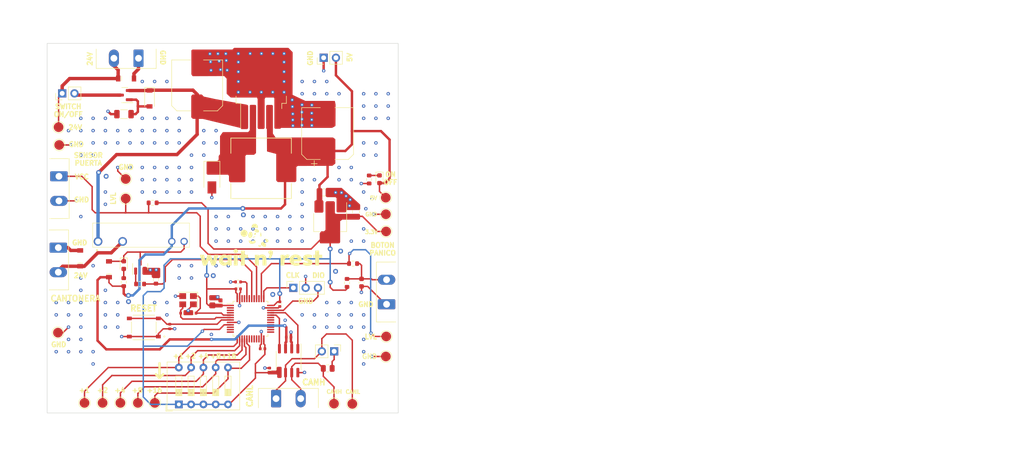
<source format=kicad_pcb>
(kicad_pcb (version 20221018) (generator pcbnew)
  (layers (0 "F.Cu" signal) (1 "In1.Cu" power) (2 "In2.Cu" power) (31 "B.Cu" signal) (34 "B.Paste" user) (35 "F.Paste" user) (36 "B.SilkS" user "B.Silkscreen") (37 "F.SilkS" user "F.Silkscreen") (38 "B.Mask" user) (39 "F.Mask" user) (44 "Edge.Cuts" user))
  (net 0 "")
  (net 1 "+24V")
  (net 2 "GND")
  (net 3 "+5V")
  (net 4 "+3V3")
  (net 5 "/MCU/NRST")
  (net 6 "/MCU/HSE_IN")
  (net 7 "/MCU/HSE_OUT")
  (net 8 "/POWER/V_INPUT")
  (net 9 "/POWER/V_INDUCTOR")
  (net 10 "Net-(D103-Pad1)")
  (net 11 "/RELAYS&INPUTS/RELAY_24V")
  (net 12 "/RELAYS&INPUTS/COIL_1")
  (net 13 "/POWER/switch")
  (net 14 "/MCU/SCLK")
  (net 15 "/MCU/SWDIO")
  (net 16 "/MCU/CAN_5")
  (net 17 "/MCU/CAN_4")
  (net 18 "/MCU/CAN_3")
  (net 19 "/MCU/CAN_2")
  (net 20 "/MCU/CAN_1")
  (net 21 "/MCU/CANL_J")
  (net 22 "/MCU/CANH_J")
  (net 23 "Net-(J204-Pad1)")
  (net 24 "Net-(D101-Pad2)")
  (net 25 "Net-(Q300-Pad1)")
  (net 26 "/MCU/BOOT0")
  (net 27 "DOOR_PIN")
  (net 44 "/MCU/CAN_RX")
  (net 45 "/MCU/CAN_TX")
  (net 50 "Net-(D302-Pad2)")
  (net 51 "/RELAYS&INPUTS/panic_b")
  (net 52 "Door_Sensor_Pin")
  (net 53 "Panic_Pin")
  (footprint "Connector_Phoenix_MSTB:PhoenixContact_MSTBA_2,5_2-G-5,08_1x02_P5.08mm_Horizontal" (layer "F.Cu") (at 139.3576 86.7156 90)
    (fp_text reference "J301" hide)
    (fp_text value "Panic_Button")
  )
  (footprint "Capacitor_SMD:C_0402_1005Metric" (layer "F.Cu") (at 117.2972 86.6902 -90)
    (fp_text reference "C203" hide)
    (fp_text value "100n")
  )
  (footprint "Capacitor_SMD:C_0402_1005Metric" (layer "F.Cu") (at 97.31 88.5444)
    (fp_text reference "C207" hide)
    (fp_text value "10p")
  )
  (footprint "Package_SO:SOIC-8_3.9x4.9mm_P1.27mm" (layer "F.Cu") (at 119.126 98.3742 -90)
    (fp_text reference "U201" hide)
    (fp_text value "MCP2562-E-SN")
  )
  (footprint "LED_SMD:LED_0603_1608Metric" (layer "F.Cu") (at 85.0646 78.6111 -90)
    (fp_text reference "D302" hide)
    (fp_text value "LED_DOOR")
  )
  (footprint "TestPoint:TestPoint_Pad_D2.0mm" (layer "F.Cu") (at 85.471 64.8462 -90)
    (fp_text reference "TP302" hide)
    (fp_text value "TestPoint")
  )
  (footprint "Resistor_SMD:R_0603_1608Metric" (layer "F.Cu") (at 88.4428 82.5246 180)
    (fp_text reference "R301" hide)
    (fp_text value "1K")
  )
  (footprint "Package_TO_SOT_SMD:SOT-23" (layer "F.Cu") (at 88.4682 78.9178 90)
    (fp_text reference "Q300" hide)
    (fp_text value "MMBT3904")
  )
  (footprint "Capacitor_SMD:C_0603_1608Metric" (layer "F.Cu") (at 134.1882 82.2452 -90)
    (fp_text reference "C300" hide)
    (fp_text value "10u")
  )
  (footprint "Jose_:SOD_123FL" (layer "F.Cu") (at 85.5472 40.0304)
    (fp_text reference "D100" hide)
    (fp_text value "SMF24A-TP")
  )
  (footprint "MountingHole:MountingHole_3.2mm_M3" (layer "F.Cu") (at 73.7362 37.1856)
    (fp_text reference "H4" hide)
    (fp_text value "MountingHole")
  )
  (footprint "Capacitor_SMD:C_0402_1005Metric" (layer "F.Cu") (at 105.0798 86.487 90)
    (fp_text reference "C202" hide)
    (fp_text value "100n")
  )
  (footprint "Resistor_SMD:R_0603_1608Metric" (layer "F.Cu") (at 85.0646 82.1436 -90)
    (fp_text reference "R300" hide)
    (fp_text value "1k")
  )
  (footprint "Resistor_SMD:R_1206_3216Metric" (layer "F.Cu") (at 85.1154 47.3964 180)
    (fp_text reference "R100" hide)
    (fp_text value "100K")
  )
  (footprint "Connector_Phoenix_MSTB:PhoenixContact_MSTBA_2,5_2-G-5,08_1x02_P5.08mm_Horizontal" (layer "F.Cu") (at 71.5518 75.0062 -90)
    (fp_text reference "J300" hide)
    (fp_text value "DOOR_OUTPUT")
  )
  (footprint "Button_Switch_THT:SW_DIP_SPSTx05_Slide_9.78x14.88mm_W7.62mm_P2.54mm" (layer "F.Cu") (at 96.4438 107.4166 90)
    (fp_text reference "J201" hide)
    (fp_text value "CAN_ID_CONFIG")
  )
  (footprint "TestPoint:TestPoint_Pad_D2.0mm" (layer "F.Cu") (at 71.6026 50.0888 -90)
    (fp_text reference "TP100" hide)
    (fp_text value "TestPoint")
  )
  (footprint "MountingHole:MountingHole_3.2mm_M3" (layer "F.Cu") (at 73.3552 102.2604)
    (fp_text reference "H3" hide)
    (fp_text value "MountingHole")
  )
  (footprint "TestPoint:TestPoint_Pad_D2.0mm" (layer "F.Cu") (at 84.3788 107.1118)
    (fp_text reference "TP204" hide)
    (fp_text value "TestPoint")
  )
  (footprint "Connector_Phoenix_MSTB:PhoenixContact_MSTBA_2,5_2-G-5,08_1x02_P5.08mm_Horizontal" (layer "F.Cu") (at 116.5352 106.2228)
    (fp_text reference "J202" hide)
    (fp_text value "CAN_INPUT")
  )
  (footprint "Capacitor_SMD:C_0402_1005Metric" (layer "F.Cu") (at 119.126 93.5228)
    (fp_text reference "C209" hide)
    (fp_text value "100n")
  )
  (footprint "Diode_SMD:D_SMA" (layer "F.Cu") (at 103.2764 60.5536 -90)
    (fp_text reference "D102" hide)
    (fp_text value "ss34")
  )
  (footprint "TestPoint:TestPoint_Pad_D2.0mm" (layer "F.Cu") (at 91.4908 107.1118)
    (fp_text reference "TP206" hide)
    (fp_text value "TestPoint")
  )
  (footprint "MountingHole:MountingHole_3.2mm_M3" (layer "F.Cu") (at 137.8458 103.2002)
    (fp_text reference "H2" hide)
    (fp_text value "MountingHole")
  )
  (footprint "Resistor_SMD:R_0603_1608Metric" (layer "F.Cu") (at 91.0336 65.7352 180)
    (fp_text reference "R305" hide)
    (fp_text value "10k")
  )
  (footprint "HF49FD_005-1H11F:HF49FD0051H11F" (layer "F.Cu") (at 88.646 72.771)
    (fp_text reference "K300" hide)
    (fp_text value "HF49FD/005-1H12T" hide)
  )
  (footprint "Package_TO_SOT_SMD:TO-263-5_TabPin3" (layer "F.Cu") (at 113.4618 42.2148 90)
    (fp_text reference "U100" hide)
    (fp_text value "LM2596S-5")
  )
  (footprint "Connector_Phoenix_MSTB:PhoenixContact_MSTBA_2,5_2-G-5,08_1x02_P5.08mm_Horizontal" (layer "F.Cu") (at 88.1126 35.8394 180)
    (fp_text reference "J100" hide)
    (fp_text value "VCC INPUT")
  )
  (footprint "Capacitor_SMD:CP_Elec_10x10.5" (layer "F.Cu") (at 127.1778 51.4096 90)
    (fp_text reference "C101" hide)
    (fp_text value "220u")
  )
  (footprint "Jose_:SWITCH_SMD" (layer "F.Cu") (at 89.2156 91.5162 180)
    (fp_text reference "S200" hide)
    (fp_text value "TS-1187A-B-A-B")
  )
  (footprint "TestPoint:TestPoint_Pad_D2.0mm" (layer "F.Cu") (at 139.2174 97.5106 -90)
    (fp_text reference "TP303" hide)
    (fp_text value "TestPoint")
  )
  (footprint "Jose_:SMD_12.3X12.3mm" (layer "F.Cu") (at 113.4364 58.5978)
    (fp_text reference "L100" hide)
    (fp_text value "68u" hide)
  )
  (footprint "LOGO" (layer "F.Cu") (at 113.891197 76.480095)
    (fp_text reference "G***" hide)
    (fp_text value "LOGO" hide)
  )
  (footprint "Connector_PinHeader_2.54mm:PinHeader_1x02_P2.54mm_Vertical" (layer "F.Cu") (at 128.529 96.4438 -90)
    (fp_text reference "J204" hide)
    (fp_text value "JUMPER_CAN")
  )
  (footprint "Connector_PinHeader_2.54mm:PinHeader_1x02_P2.54mm_Vertical" (layer "F.Cu") (at 72.3496 43.1038 90)
    (fp_text reference "J101" hide)
    (fp_text value "SWITCH ON/OFF")
  )
  (footprint "Resistor_SMD:R_0805_2012Metric" (layer "F.Cu") (at 127.2032 99.9744)
    (fp_text reference "R202" hide)
    (fp_text value "120")
  )
  (footprint "Capacitor_SMD:C_0402_1005Metric" (layer "F.Cu") (at 115.189 100.3808 90)
    (fp_text reference "C208" hide)
    (fp_text value "100n")
  )
  (footprint "TestPoint:TestPoint_Pad_D2.0mm" (layer "F.Cu") (at 85.471 60.8076 -90)
    (fp_text reference "TP301" hide)
    (fp_text value "TestPoint")
  )
  (footprint "Capacitor_SMD:C_0402_1005Metric" (layer "F.Cu") (at 99.5198 88.5444 180)
    (fp_text reference "C206" hide)
    (fp_text value "10p")
  )
  (footprint "Resistor_SMD:R_0603_1608Metric" (layer "F.Cu") (at 135.763 60.9092 90)
    (fp_text reference "R101" hide)
    (fp_text value "1k")
  )
  (footprint "Package_TO_SOT_SMD:SOT-23" (layer "F.Cu") (at 85.2932 43.4594 180)
    (fp_text reference "Q100" hide)
    (fp_text value "WST4045")
  )
  (footprint "Diode_SMD:D_SOD-123" (layer "F.Cu") (at 90.3986 44.1452 -90)
    (fp_text reference "D101" hide)
    (fp_text value "MMSZ4697T1G")
  )
  (footprint "Capacitor_SMD:C_0805_2012Metric" (layer "F.Cu") (at 133.0452 67.580148 90)
    (fp_text reference "C103" hide)
    (fp_text value "10u")
  )
  (footprint "TestPoint:TestPoint_Pad_D2.0mm" (layer "F.Cu") (at 71.4756 92.583)
    (fp_text reference "TP207" hide)
    (fp_text value "TestPoint")
  )
  (footprint "Resistor_SMD:R_0603_1608Metric" (layer "F.Cu") (at 131.191 82.296 90)
    (fp_text reference "R303" hide)
    (fp_text value "10k")
  )
  (footprint "Jose_:SOD_123FL" (layer "F.Cu") (at 82.0166 79.4766 90)
    (fp_text reference "D301" hide)
    (fp_text value "SM4007PL")
  )
  (footprint "TestPoint:TestPoint_Pad_D2.0mm" (layer "F.Cu") (at 128.4986 107.2642)
    (fp_text reference "TP200" hide)
    (fp_text value "TestPoint")
  )
  (footprint "TestPoint:TestPoint_Pad_D2.0mm" (layer "F.Cu") (at 139.2682 71.6534)
    (fp_text reference "TP104" hide)
    (fp_text value "TestPoint")
  )
  (footprint "TestPoint:TestPoint_Pad_D2.0mm" (layer "F.Cu") (at 71.7296 53.7718)
    (fp_text reference "TP101" hide)
    (fp_text value "TestPoint")
  )
  (footprint "Connector_PinSocket_2.54mm:PinSocket_1x03_P2.54mm_Vertical" (layer "F.Cu") (at 120.1062 83.3124 90)
    (fp_text reference "J200" hide)
    (fp_text value "Serial Wire Debug")
  )
  (footprint "Capacitor_SMD:C_0402_1005Metric" (layer "F.Cu") (at 108.712 83.5406)
    (fp_text reference "C201" hide)
    (fp_text value "100n")
  )
  (footprint "Resistor_SMD:R_0603_1608Metric" (layer "F.Cu") (at 91.7194 81.6102 -90)
    (fp_text reference "R302" hide)
    (fp_text value "10K")
  )
  (footprint "MountingHole:MountingHole_3.2mm_M3" (layer "F.Cu") (at 136.525 37.1856)
    (fp_text reference "H1" hide)
    (fp_text value "MountingHole")
  )
  (footprint "Capacitor_SMD:C_0603_1608Metric" (layer "F.Cu") (at 103.378 86.1822 90)
    (fp_text reference "C200" hide)
    (fp_text value "10u")
  )
  (footprint "Resistor_SMD:R_0603_1608Metric" (layer "F.Cu") (at 132.4356 78.3082)
    (fp_text reference "R304" hide)
    (fp_text value "1k")
  )
  (footprint "Capacitor_SMD:C_Elec_10x10.2" (layer "F.Cu") (at 100.2284 41.4528 90)
    (fp_text reference "C100" hide)
    (fp_text value "330u")
  )
  (footprint "TestPoint:TestPoint_Pad_D2.0mm" (layer "F.Cu") (at 80.6958 107.1118)
    (fp_text reference "TP203" hide)
    (fp_text value "TestPoint")
  )
  (footprint "Jose_:SOD_123FL" (layer "F.Cu") (at 76.073 77.216 90)
    (fp_text reference "D300" hide)
    (fp_text value "SMF24A-TP")
  )
  (footprint "TestPoint:TestPoint_Pad_D2.0mm" (layer "F.Cu") (at 139.192 64.6684)
    (fp_text reference "TP103" hide)
    (fp_text value "TestPoint")
  )
  (footprint "Package_QFP:LQFP-48_7x7mm_P0.5mm" (layer "F.Cu") (at 111.252 89.7128)
    (fp_text reference "U200" hide)
    (fp_text value "STM32F103C8Tx")
  )
  (footprint "Connector_Phoenix_MSTB:PhoenixContact_MSTBA_2,5_2-G-5,08_1x02_P5.08mm_Horizontal" (layer "F.Cu") (at 71.6788 60.2488 -90)
    (fp_text reference "J302" hide)
    (fp_text value "Door_Sensor")
  )
  (footprint "Package_TO_SOT_SMD:SOT-223-3_TabPin2" (layer "F.Cu") (at 127.7112 69.7738 -90)
    (fp_text reference "U1" hide)
    (fp_text value "AMS1117-3.3")
  )
  (footprint "TestPoint:TestPoint_Pad_D2.0mm" (layer "F.Cu") (at 76.962 107.1118)
    (fp_text reference "TP202" hide)
    (fp_text value "TestPoint")
  )
  (footprint "TestPoint:TestPoint_Pad_D2.0mm" (layer "F.Cu") (at 139.2936 93.3704 -90)
    (fp_text reference "TP300" hide)
    (fp_text value "TestPoint")
  )
  (footprint "TestPoint:TestPoint_Pad_D2.0mm" (layer "F.Cu") (at 87.9856 107.1118)
    (fp_text reference "TP205" hide)
    (fp_text value "TestPoint")
  )
  (footprint "Capacitor_SMD:C_0402_1005Metric" (layer "F.Cu") (at 113.7412 95.9104 180)
    (fp_text reference "C204" hide)
    (fp_text value "100n")
  )
  (footprint "Capacitor_SMD:C_0805_2012Metric" (layer "F.Cu") (at 126.4412 63.5762)
    (fp_text reference "C102" hide)
    (fp_text value "10u")
  )
  (footprint "Crystal:Crystal_SMD_3225-4Pin_3.2x2.5mm" (layer "F.Cu") (at 98.3514 85.8774 180)
    (fp_text reference "Y200" hide)
    (fp_text value "16MHz")
  )
  (footprint "LED_SMD:LED_0603_1608Metric" (layer "F.Cu") (at 137.8966 60.8584 -90)
    (fp_text reference "D103" hide)
    (fp_text value "GREEN")
  )
  (footprint "TestPoint:TestPoint_Pad_D2.0mm" (layer "F.Cu") (at 139.2174 68.0974)
    (fp_text reference "TP102" hide)
    (fp_text value "TestPoint")
  )
  (footprint "TestPoint:TestPoint_Pad_D2.0mm" (layer "F.Cu") (at 132.2832 107.315)
    (fp_text reference "TP201" hide)
    (fp_text value "TestPoint")
  )
  (footprint "Capacitor_SMD:C_0402_1005Metric" (layer "F.Cu") (at 94.5642 91.313 -90)
    (fp_text reference "C205" hide)
    (fp_text value "100n")
  )
  (footprint "Connector_PinHeader_2.54mm:PinHeader_1x02_P2.54mm_Vertical" (layer "F.Cu") (at 126.36 35.7378 90)
    (fp_text reference "J102" hide)
    (fp_text value "FAN VOLTAGE")
  )
  (footprint "Resistor_SMD:R_0402_1005Metric" (layer "F.Cu") (at 108.6866 82.0928 180)
    (fp_text reference "R200" hide)
    (fp_text value "10k")
  )
  (gr_rect (start 69.2404 32.766) (end 141.7574 109.1946) (stroke (width 0.1)) (fill none) (layer "Edge.Cuts"))
  (gr_text "ON\nOFF\n" (at 140.1826 60.6806) (layer "F.SilkS") (effects (font (size 1 1) (thickness 0.25))))
  (gr_text "GND" (at 75.957276 73.9902) (layer "F.SilkS") (effects (font (size 1 1) (thickness 0.25))))
  (gr_text "24V" (at 75.057 50.1396) (layer "F.SilkS") (effects (font (size 1 1) (thickness 0.25))))
  (gr_text "+8\n\n" (at 87.8586 105.3084) (layer "F.SilkS") (effects (font (size 1 1) (thickness 0.25))))
  (gr_text "CLK\n" (at 119.9896 80.7212) (layer "F.SilkS") (effects (font (size 1 1) (thickness 0.25))))
  (gr_text "5V\n" (at 131.7498 35.6616 90) (layer "F.SilkS") (effects (font (size 1 1) (thickness 0.25))))
  (gr_text "GND" (at 76.3524 65.1002) (layer "F.SilkS") (effects (font (size 1 1) (thickness 0.25))))
  (gr_text "CANL" (at 132.3848 104.8258) (layer "F.SilkS") (effects (font (size 0.8 0.8) (thickness 0.2))))
  (gr_text "DIO" (at 125.2982 80.7466) (layer "F.SilkS") (effects (font (size 1 1) (thickness 0.25))))
  (gr_text "+1\n\n" (at 76.9366 105.3084) (layer "F.SilkS") (effects (font (size 1 1) (thickness 0.25))))
  (gr_text "24V" (at 76.1746 80.772) (layer "F.SilkS") (effects (font (size 1 1) (thickness 0.25))))
  (gr_text "BOTON\nPANICO" (at 138.5316 75.311) (layer "F.SilkS") (effects (font (size 1 1) (thickness 0.25))))
  (gr_text "GND" (at 135.0772 86.741) (layer "F.SilkS") (effects (font (size 1 1) (thickness 0.25))))
  (gr_text "GND" (at 71.628 95.0468) (layer "F.SilkS") (effects (font (size 1 1) (thickness 0.25))))
  (gr_text "5V" (at 136.6774 64.7446) (layer "F.SilkS") (effects (font (size 0.8 0.8) (thickness 0.2))))
  (gr_text "GND" (at 123.5964 35.814 90) (layer "F.SilkS") (effects (font (size 1 1) (thickness 0.25))))
  (gr_text "GND" (at 85.5472 58.3692) (layer "F.SilkS") (effects (font (size 1 1) (thickness 0.25))))
  (gr_text "+16\n\n" (at 106.7562 98.2218) (layer "F.SilkS") (effects (font (size 1 1) (thickness 0.25))))
  (gr_text "+16\n\n" (at 91.4146 105.3084) (layer "F.SilkS") (effects (font (size 1 1) (thickness 0.25))))
  (gr_text "GND" (at 136.1948 68.1228) (layer "F.SilkS") (effects (font (size 0.8 0.8) (thickness 0.2))))
  (gr_text "+2\n\n" (at 80.6704 105.3084) (layer "F.SilkS") (effects (font (size 1 1) (thickness 0.25))))
  (gr_text "+4\n\n" (at 84.2772 105.3084) (layer "F.SilkS") (effects (font (size 1 1) (thickness 0.25))))
  (gr_text "CANL" (at 111.0996 105.7402 90) (layer "F.SilkS") (effects (font (size 1.2 1.2) (thickness 0.3))))
  (gr_text "SWITCH\nON/OFF" (at 73.6092 46.6344) (layer "F.SilkS") (effects (font (size 1 1) (thickness 0.25))))
  (gr_text "24V\n" (at 78.0796 35.9664 90) (layer "F.SilkS") (effects (font (size 1 1) (thickness 0.25))))
  (gr_text "+4\n\n" (at 101.5238 98.2218) (layer "F.SilkS") (effects (font (size 1 1) (thickness 0.25))))
  (gr_text "VCC" (at 76.4032 60.3504) (layer "F.SilkS") (effects (font (size 1 1) (thickness 0.25))))
  (gr_text "GND" (at 135.845066 97.5106) (layer "F.SilkS") (effects (font (size 1 1) (thickness 0.2))))
  (gr_text "RESET" (at 89.154 87.5538) (layer "F.SilkS") (effects (font (size 1.2 1.2) (thickness 0.3))))
  (gr_text "+2\n\n" (at 98.8568 98.2218) (layer "F.SilkS") (effects (font (size 1 1) (thickness 0.25))))
  (gr_text "GND" (at 75.2602 53.6448) (layer "F.SilkS") (effects (font (size 1 1) (thickness 0.25))))
  (gr_text "→" (at 92.7608 100.4316 270) (layer "F.SilkS") (effects (font (size 4 4) (thickness 0.5))))
  (gr_text "CANH" (at 128.5494 104.8004) (layer "F.SilkS") (effects (font (size 0.8 0.8) (thickness 0.2))))
  (gr_text "3.3V" (at 136.2202 71.7804) (layer "F.SilkS") (effects (font (size 0.8 0.8) (thickness 0.2))))
  (gr_text "SENSOR\nPUERTA" (at 77.7494 56.7182) (layer "F.SilkS") (effects (font (size 1 1) (thickness 0.25))))
  (gr_text "GND" (at 122.6566 86.0552) (layer "F.SilkS") (effects (font (size 1 1) (thickness 0.25))))
  (gr_text "LVL\n" (at 82.9056 64.8462 90) (layer "F.SilkS") (effects (font (size 1 1) (thickness 0.25))))
  (gr_text "CANTONERA" (at 75.0824 85.5218) (layer "F.SilkS") (effects (font (size 1.2 1.2) (thickness 0.25))))
  (gr_text "CANH" (at 124.333 102.8446) (layer "F.SilkS") (effects (font (size 1.2 1.2) (thickness 0.3))))
  (gr_text "+8\n\n" (at 104.0384 98.2218) (layer "F.SilkS") (effects (font (size 1 1) (thickness 0.25))))
  (gr_text "+1\n\n" (at 96.3422 98.2218) (layer "F.SilkS") (effects (font (size 1 1) (thickness 0.25))))
  (gr_text "LVL\n" (at 136.105781 93.4212) (layer "F.SilkS") (effects (font (size 1 1) (thickness 0.25))))
  (gr_text "GND" (at 93.1418 35.687 270) (layer "F.SilkS") (effects (font (size 1 1) (thickness 0.25))))
  (segment (start 96.0628 55.753) (end 84.455 55.753) (width 0.7) (layer "F.Cu") (net 1))
  (segment (start 86.2307 42.5094) (end 90.3844 42.5094) (width 0.7) (layer "F.Cu") (net 1))
  (segment (start 99.3658 42.4444) (end 100.2284 43.307) (width 0.7) (layer "F.Cu") (net 1))
  (segment (start 84.455 55.753) (end 83.5914 55.753) (width 0.7) (layer "F.Cu") (net 1))
  (segment (start 90.3844 42.5094) (end 90.3986 42.4952) (width 0.7) (layer "F.Cu") (net 1))
  (segment (start 100.2284 43.307) (end 100.2284 45.8528) (width 0.7) (layer "F.Cu") (net 1))
  (segment (start 90.4494 42.4444) (end 99.3658 42.4444) (width 0.7) (layer "F.Cu") (net 1))
  (segment (start 83.5914 55.753) (end 79.883 59.4614) (width 0.7) (layer "F.Cu") (net 1))
  (segment (start 90.3986 42.4952) (end 90.4494 42.4444) (width 0.7) (layer "F.Cu") (net 1))
  (segment (start 100.2284 51.5874) (end 98.9584 52.8574) (width 0.7) (layer "F.Cu") (net 1))
  (segment (start 100.2284 45.8528) (end 100.2284 51.5874) (width 0.7) (layer "F.Cu") (net 1))
  (segment (start 98.9584 52.8574) (end 96.0628 55.753) (width 0.7) (layer "F.Cu") (net 1))
  (via (at 79.883 59.4614) (size 1) (drill 0.5) (layers "F.Cu" "B.Cu") (net 1))
  (segment (start 79.883 59.4614) (end 79.756 59.5884) (width 0.7) (layer "B.Cu") (net 1))
  (segment (start 79.756 59.5884) (end 79.756 73.721) (width 0.7) (layer "B.Cu") (net 1))
  (segment (start 113.9296 87.4628) (end 113.919 87.4522) (width 0.3) (layer "F.Cu") (net 2))
  (segment (start 122.366 100.8492) (end 122.4026 100.8126) (width 0.29337) (layer "F.Cu") (net 2))
  (segment (start 139.1412 86.7156) (end 135.4458 83.0202) (width 0.3) (layer "F.Cu") (net 2))
  (segment (start 126.36 35.7378) (end 126.36 38.4252) (width 0.5) (layer "F.Cu") (net 2))
  (segment (start 108.1766 82.0928) (end 107.1372 82.0928) (width 0.29337) (layer "F.Cu") (net 2))
  (segment (start 109.192 84.2544) (end 109.192 83.5406) (width 0.3) (layer "F.Cu") (net 2))
  (segment (start 117.0046 87.4628) (end 117.2972 87.1702) (width 0.3) (layer "F.Cu") (net 2))
  (segment (start 119.606 94.4346) (end 119.606 93.5228) (width 0.5) (layer "F.Cu") (net 2))
  (segment (start 83.6529 47.3964) (end 82.3976 47.3964) (width 0.5) (layer "F.Cu") (net 2))
  (segment (start 115.189 99.9008) (end 114.2264 99.9008) (width 0.29337) (layer "F.Cu") (net 2))
  (segment (start 92.2156 93.3912) (end 92.2156 92.798) (width 0.29337) (layer "F.Cu") (net 2))
  (segment (start 119.761 94.5896) (end 119.606 94.4346) (width 0.5) (layer "F.Cu") (net 2))
  (segment (start 113.2612 95.1712) (end 113.2612 95.9104) (width 0.3) (layer "F.Cu") (net 2))
  (segment (start 71.5518 75.0062) (end 73.5396 75.0062) (width 0.7) (layer "F.Cu") (net 2))
  (segment (start 113.502 93.8753) (end 113.502 94.9304) (width 0.3) (layer "F.Cu") (net 2))
  (segment (start 86.2156 93.3912) (end 92.2156 93.3912) (width 0.29337) (layer "F.Cu") (net 2))
  (segment (start 126.36 38.4252) (end 126.365 38.4302) (width 0.5) (layer "F.Cu") (net 2))
  (segment (start 71.7296 53.7718) (end 74.0918 53.7718) (width 0.3) (layer "F.Cu") (net 2))
  (segment (start 139.3576 86.7156) (end 139.1412 86.7156) (width 0.3) (layer "F.Cu") (net 2))
  (segment (start 74.0918 53.7718) (end 74.1172 53.7464) (width 0.3) (layer "F.Cu") (net 2))
  (segment (start 115.4145 87.4628) (end 117.0046 87.4628) (width 0.3) (layer "F.Cu") (net 2))
  (segment (start 113.4872 92.3544) (end 113.502 92.3692) (width 0.3) (layer "F.Cu") (net 2))
  (segment (start 121.031 100.8492) (end 122.366 100.8492) (width 0.29337) (layer "F.Cu") (net 2))
  (segment (start 88.1126 38.0746) (end 88.1126 35.8394) (width 0.7) (layer "F.Cu") (net 2))
  (segment (start 113.502 94.9304) (end 113.2612 95.1712) (width 0.3) (layer "F.Cu") (net 2))
  (segment (start 109.002 86.832) (end 109.002 85.5503) (width 0.3) (layer "F.Cu") (net 2))
  (segment (start 103.2764 64.6176) (end 103.251 64.643) (width 0.29337) (layer "F.Cu") (net 2))
  (segment (start 107.0895 90.4628) (end 108.8256 90.4628) (width 0.29337) (layer "F.Cu") (net 2))
  (segment (start 84.6374 93.3912) (end 84.6328 93.3958) (width 0.29337) (layer "F.Cu") (net 2))
  (segment (start 139.2174 97.5106) (end 136.3472 97.5106) (width 0.3) (layer "F.Cu") (net 2))
  (segment (start 75.2602 65.3288) (end 75.2856 65.3034) (width 0.3) (layer "F.Cu") (net 2))
  (segment (start 134.1882 83.0202) (end 134.1882 84.2264) (width 0.3) (layer "F.Cu") (net 2))
  (segment (start 122.6462 80.9648) (end 122.6312 80.9498) (width 0.29337) (layer "F.Cu") (net 2))
  (segment (start 72.517 92.583) (end 73.66 91.44) (width 0.3) (layer "F.Cu") (net 2))
  (segment (start 122.6462 83.3124) (end 122.6462 80.9648) (width 0.29337) (layer "F.Cu") (net 2))
  (segment (start 73.5396 75.0062) (end 74.1144 75.581) (width 0.7) (layer "F.Cu") (net 2))
  (segment (start 119.761 95.8992) (end 119.761 94.5896) (width 0.5) (layer "F.Cu") (net 2))
  (segment (start 85.471 60.8076) (end 83.82 59.1566) (width 0.3) (layer "F.Cu") (net 2))
  (segment (start 97.2514 85.0274) (end 95.7724 85.0274) (width 0.3) (layer "F.Cu") (net 2))
  (segment (start 103.2764 62.5536) (end 103.2764 64.6176) (width 0.29337) (layer "F.Cu") (net 2))
  (segment (start 98.3768 87.802) (end 99.4514 86.7274) (width 0.3) (layer "F.Cu") (net 2))
  (segment (start 92.2156 92.798) (end 93.2206 91.793) (width 0.29337) (layer "F.Cu") (net 2))
  (segment (start 139.2174 68.0974) (end 136.6774 68.0974) (width 0.3) (layer "F.Cu") (net 2))
  (segment (start 113.502 92.3692) (end 113.502 93.8753) (width 0.3) (layer "F.Cu") (net 2))
  (segment (start 109.002 84.4444) (end 109.192 84.2544) (width 0.3) (layer "F.Cu") (net 2))
  (segment (start 135.4458 83.0202) (end 134.1882 83.0202) (width 0.3) (layer "F.Cu") (net 2))
  (segment (start 87.1822 39.005) (end 88.1126 38.0746) (width 0.7) (layer "F.Cu") (net 2))
  (segment (start 86.2156 93.3912) (end 84.6374 93.3912) (width 0.29337) (layer "F.Cu") (net 2))
  (segment (start 114.2264 99.9008) (end 114.2238 99.8982) (width 0.29337) (layer "F.Cu") (net 2))
  (segment (start 94.5642 91.793) (end 95.5574 91.793) (width 0.29337) (layer "F.Cu") (net 2))
  (segment (start 108.9914 86.995) (end 109.002 86.832) (width 0.3) (layer "F.Cu") (net 2))
  (segment (start 134.1882 84.2264) (end 134.1628 84.2518) (width 0.3) (layer "F.Cu") (net 2))
  (segment (start 83.82 59.1566) (end 83.82 58.42) (width 0.3) (layer "F.Cu") (net 2))
  (segment (start 109.002 85.5503) (end 109.002 84.4444) (width 0.3) (layer "F.Cu") (net 2))
  (segment (start 95.5574 91.793) (end 95.5802 91.7702) (width 0.29337) (layer "F.Cu") (net 2))
  (segment (start 74.1144 75.581) (end 76.073 75.581) (width 0.7) (layer "F.Cu") (net 2))
  (segment (start 134.1506 61.7342) (end 134.1374 61.7474) (width 0.3) (layer "F.Cu") (net 2))
  (segment (start 93.2206 91.793) (end 94.5642 91.793) (width 0.29337) (layer "F.Cu") (net 2))
  (segment (start 82.3976 47.3964) (end 81.8134 46.8122) (width 0.5) (layer "F.Cu") (net 2))
  (segment (start 71.6788 65.3288) (end 75.2602 65.3288) (width 0.3) (layer "F.Cu") (net 2))
  (segment (start 108.8256 90.4628) (end 108.839 90.4494) (width 0.29337) (layer "F.Cu") (net 2))
  (segment (start 119.606 93.5228) (end 119.606 92.484) (width 0.5) (layer "F.Cu") (net 2))
  (segment (start 95.7724 85.0274) (end 95.7606 85.0392) (width 0.3) (layer "F.Cu") (net 2))
  (segment (start 115.4145 87.4628) (end 113.9296 87.4628) (width 0.3) (layer "F.Cu") (net 2))
  (segment (start 87.1822 40.0304) (end 87.1822 39.005) (width 0.7) (layer "F.Cu") (net 2))
  (segment (start 135.763 61.7342) (end 134.1506 61.7342) (width 0.3) (layer "F.Cu") (net 2))
  (segment (start 98.3768 88.011) (end 98.3768 87.802) (width 0.3) (layer "F.Cu") (net 2))
  (segment (start 119.606 92.484) (end 119.6086 92.4814) (width 0.5) (layer "F.Cu") (net 2))
  (segment (start 71.4756 92.583) (end 72.517 92.583) (width 0.3) (layer "F.Cu") (net 2))
  (via (at 91.44 60.96) (size 0.7) (drill 0.3) (layers "F.Cu" "B.Cu") (net 2))
  (via (at 81.28 48.26) (size 0.7) (drill 0.3) (layers "F.Cu" "B.Cu") (net 2))
  (via (at 111.76 68.58) (size 0.7) (drill 0.3) (layers "F.Cu" "B.Cu") (net 2))
  (via (at 76.2 96.52) (size 0.7) (drill 0.3) (layers "F.Cu" "B.Cu") (net 2))
  (via (at 128.8288 79.9084) (size 1) (drill 0.5) (layers "F.Cu" "B.Cu") (net 2))
  (via (at 104.14 50.8) (size 0.7) (drill 0.3) (layers "F.Cu" "B.Cu") (net 2))
  (via (at 81.28 83.82) (size 0.7) (drill 0.3) (layers "F.Cu" "B.Cu") (net 2))
  (via (at 120.015 49.784) (size 0.7) (drill 0.3) (layers "F.Cu" "B.Cu") (net 2))
  (via (at 129.54 88.9) (size 0.7) (drill 0.3) (layers "F.Cu" "B.Cu") (net 2))
  (via (at 134.62 88.9) (size 0.7) (drill 0.3) (layers "F.Cu" "B.Cu") (net 2))
  (via (at 129.54 43.18) (size 0.7) (drill 0.3) (layers "F.Cu" "B.Cu") (net 2))
  (via (at 99.06 81.28) (size 0.7) (drill 0.3) (layers "F.Cu" "B.Cu") (net 2))
  (via (at 132.08 86.36) (size 0.7) (drill 0.3) (layers "F.Cu" "B.Cu") (net 2))
  (via (at 76.2 93.98) (size 0.7) (drill 0.3) (layers "F.Cu" "B.Cu") (net 2))
  (via (at 108.7374 38.6334) (size 0.7) (drill 0.3) (layers "F.Cu" "B.Cu") (net 2))
  (via (at 134.1374 61.7474) (size 0.7) (drill 0.3) (layers "F.Cu" "B.Cu") (net 2))
  (via (at 93.98 63.5) (size 0.7) (drill 0.3) (layers "F.Cu" "B.Cu") (net 2))
  (via (at 83.82 53.34) (size 0.7) (drill 0.3) (layers "F.Cu" "B.Cu") (net 2))
  (via (at 104.14 73.66) (size 0.7) (drill 0.3) (layers "F.Cu" "B.Cu") (net 2))
  (via (at 96.52 60.96) (size 0.7) (drill 0.3) (layers "F.Cu" "B.Cu") (net 2))
  (via (at 99.06 58.42) (size 0.7) (drill 0.3) (layers "F.Cu" "B.Cu") (net 2))
  (via (at 104.4448 85.217) (size 0.7) (drill 0.3) (layers "F.Cu" "B.Cu") (net 2))
  (via (at 78.74 78.74) (size 0.7) (drill 0.3) (layers "F.Cu" "B.Cu") (net 2))
  (via (at 108.839 90.4494) (size 0.7) (drill 0.3) (layers "F.Cu" "B.Cu") (net 2))
  (via (at 91.44 53.34) (size 0.7) (drill 0.3) (layers "F.Cu" "B.Cu") (net 2))
  (via (at 109.22 71.12) (size 0.7) (drill 0.3) (layers "F.Cu" "B.Cu") (net 2))
  (via (at 108.7374 40.6654) (size 0.7) (drill 0.3) (layers "F.Cu" "B.Cu") (net 2))
  (via (at 78.74 96.52) (size 0.7) (drill 0.3) (layers "F.Cu" "B.Cu") (net 2))
  (via (at 114.3 73.66) (size 0.7) (drill 0.3) (layers "F.Cu" "B.Cu") (net 2))
  (via (at 104.521 34.8996) (size 0.7) (drill 0.3) (layers "F.Cu" "B.Cu") (net 2))
  (via (at 93.98 88.9) (size 0.7) (drill 0.3) (layers "F.Cu" "B.Cu") (net 2))
  (via (at 129.54 86.36) (size 0.7) (drill 0.3) (layers "F.Cu" "B.Cu") (net 2))
  (via (at 74.1172 53.7464) (size 0.7) (drill 0.3) (layers "F.Cu" "B.Cu") (net 2))
  (via (at 113.919 87.4522) (size 0.7) (drill 0.3) (layers "F.Cu" "B.Cu") (net 2))
  (via (at 121.92 68.58) (size 0.7) (drill 0.3) (layers "F.Cu" "B.Cu") (net 2))
  (via (at 127 40.64) (size 0.7) (drill 0.3) (layers "F.Cu" "B.Cu") (net 2))
  (via (at 81.28 91.44) (size 0.7) (drill 0.3) (layers "F.Cu" "B.Cu") (net 2))
  (via (at 132.08 73.66) (size 0.7) (drill 0.3) (layers "F.Cu" "B.Cu") (net 2))
  (via (at 134.62 91.44) (size 0.7) (drill 0.3) (layers "F.Cu" "B.Cu") (net 2))
  (via (at 76.2 53.34) (size 0.7) (drill 0.3) (layers "F.Cu" "B.Cu") (net 2))
  (via (at 134.62 48.26) (size 0.7) (drill 0.3) (layers "F.Cu" "B.Cu") (net 2))
  (via (at 96.52 81.28) (size 0.7) (drill 0.3) (layers "F.Cu" "B.Cu") (net 2))
  (via (at 81.28 53.34) (size 0.7) (drill 0.3) (layers "F.Cu" "B.Cu") (net 2))
  (via (at 118.1862 36.6268) (size 0.7) (drill 0.3) (layers "F.Cu" "B.Cu") (net 2))
  (via (at 124.46 91.44) (size 0.7) (drill 0.3) (layers "F.Cu" "B.Cu") (net 2))
  (via (at 84.6328 93.3958) (size 0.7) (drill 0.3) (layers "F.Cu" "B.Cu") (net 2))
  (via (at 129.54 60.96) (size 0.7) (drill 0.3) (layers "F.Cu" "B.Cu") (net 2))
  (via (at 103.1748 92.964) (size 0.7) (drill 0.3) (layers "F.Cu" "B.Cu") (net 2))
  (via (at 99.06 63.5) (size 0.7) (drill 0.3) (layers "F.Cu" "B.Cu") (net 2))
  (via (at 91.44 86.36) (size 0.7) (drill 0.3) (layers "F.Cu" "B.Cu") (net 2))
  (via (at 81.28 86.36) (size 0.7) (drill 0.3) (layers "F.Cu" "B.Cu") (net 2))
  (via (at 83.82 91.44) (size 0.7) (drill 0.3) (layers "F.Cu" "B.Cu") (net 2))
  (via (at 75.2856 65.3034) (size 0.7) (drill 0.3) (layers "F.Cu" "B.Cu") (net 2))
  (via (at 81.28 66.04) (size 0.7) (drill 0.3) (layers "F.Cu" "B.Cu") (net 2))
  (via (at 88.9 50.8) (size 0.7) (drill 0.3) (layers "F.Cu" "B.Cu") (net 2))
  (via (at 106.2482 36.2966) (size 0.7) (drill 0.3) (layers "F.Cu" "B.Cu") (net 2))
  (via (at 95.5802 91.7702) (size 0.7) (drill 0.3) (layers "F.Cu" "B.Cu") (net 2))
  (via (at 121.92 63.5) (size 0.7) (drill 0.3) (layers "F.Cu" "B.Cu") (net 2))
  (via (at 137.16 48.26) (size 0.7) (drill 0.3) (layers "F.Cu" "B.Cu") (net 2))
  (via (at 113.5126 34.8742) (size 0.7) (drill 0.3) (layers "F.Cu" "B.Cu") (net 2))
  (via (at 71.12 86.36) (size 0.7) (drill 0.3) (layers "F.Cu" "B.Cu") (net 2))
  (via (at 121.8946 45.466) (size 0.7) (drill 0.3) (layers "F.Cu" "B.Cu") (net 2))
  (via (at 121.8946 49.6824) (size 0.7) (drill 0.3) (layers "F.Cu" "B.Cu") (net 2))
  (via (at 134.62 43.18) (size 0.7) (drill 0.3) (layers "F.Cu" "B.Cu") (net 2))
  (via (at 111.76 73.66) (size 0.7) (drill 0.3) (layers "F.Cu" "B.Cu") (net 2))
  (via (at 119.8626 44.45) (size 0.7) (drill 0.3) (layers "F.Cu" "B.Cu") (net 2))
  (via (at 121.92 73.66) (size 0.7) (drill 0.3) (layers "F.Cu" "B.Cu") (net 2))
  (via (at 86.36 58.42) (size 0.7) (drill 0.3) (layers "F.Cu" "B.Cu") (net 2))
  (via (at 96.52 53.34) (size 0.7) (drill 0.3) (layers "F.Cu" "B.Cu") (net 2))
  (via (at 86.36 50.8) (size 0.7) (drill 0.3) (layers "F.Cu" "B.Cu") (net 2))
  (via (at 103.251 64.643) (size 0.7) (drill 0.3) (layers "F.Cu" "B.Cu") (net 2))
  (via (at 99.06 60.96) (size 0.7) (drill 0.3) (layers "F.Cu" "B.Cu") (net 2))
  (via (at 93.98 60.96) (size 0.7) (drill 0.3) (layers "F.Cu" "B.Cu") (net 2))
  (via (at 124.46 40.64) (size 0.7) (drill 0.3) (layers "F.Cu" "B.Cu") (net 2))
  (via (at 131.699 66.3448) (size 0.7) (drill 0.3) (layers "F.Cu" "B.Cu") (net 2))
  (via (at 136.3472 97.5106) (size 0.7) (drill 0.3) (layers "F.Cu" "B.Cu") (net 2))
  (via (at 88.9 48.26) (size 0.7) (drill 0.3) (layers "F.Cu" "B.Cu") (net 2))
  (via (at 99.06 78.74) (size 0.7) (drill 0.3) (layers "F.Cu" "B.Cu") (net 2))
  (via (at 101.6 55.88) (size 0.7) (drill 0.3) (layers "F.Cu" "B.Cu") (net 2))
  (via (at 130.9878 64.3382) (size 0.7) (drill 0.3) (layers "F.Cu" "B.Cu") (net 2))
  (via (at 91.44 58.42) (size 0.7) (drill 0.3) (layers "F.Cu" "B.Cu") (net 2))
  (via (at 137.16 45.72) (size 0.7) (drill 0.3) (layers "F.Cu" "B.Cu") (net 2))
  (via (at 113.4872 92.3544) (size 0.7) (drill 0.3) (layers "F.Cu" "B.Cu") (net 2))
  (via (at 129.54 58.42) (size 0.7) (drill 0.3) (layers "F.Cu" "B.Cu") (net 2))
  (via (at 115.8494 84.6836) (size 1) (drill 0.5) (layers "F.Cu" "B.Cu") (net 2))
  (via (at 118.1862 40.6654) (size 0.7) (drill 0.3) (layers "F.Cu" "B.Cu") (net 2))
  (via (at 118.1862 34.8742) (size 0.7) (drill 0.3) (layers "F.Cu" "B.Cu") (net 2))
  (via (at 76.2 91.44) (size 0.7) (drill 0.3) (layers "F.Cu" "B.Cu") (net 2))
  (via (at 83.82 58.42) (size 0.7) (drill 0.3) (layers "F.Cu" "B.Cu") (net 2))
  (via (at 132.08 58.42) (size 0.7) (drill 0.3) (layers "F.Cu" "B.Cu") (net 2))
  (via (at 88.9 53.34) (size 0.7) (drill 0.3) (layers "F.Cu" "B.Cu") (net 2))
  (via (at 122.6312 80.9498) (size 0.7) (drill 0.3) (layers "F.Cu" "B.Cu") (net 2))
  (via (at 95.7606 85.0392) (size 0.7) (drill 0.3) (layers "F.Cu" "B.Cu") (net 2))
  (via (at 73.66 50.8) (size 0.7) (drill 0.3) (layers "F.Cu" "B.Cu") (net 2))
  (via (at 76.2 55.88) (size 0.7) (drill 0.3) (layers "F.Cu" "B.Cu") (net 2))
  (via (at 91.44 40.64) (size 0.7) (drill 0.3) (layers "F.Cu" "B.Cu") (net 2))
  (via (at 78.74 50.8) (size 0.7) (drill 0.3) (layers "F.Cu" "B.Cu") (net 2))
  (via (at 116.84 71.12) (size 0.7) (drill 0.3) (layers "F.Cu" "B.Cu") (net 2))
  (via (at 126.365 38.4302) (size 0.7) (drill 0.3) (layers "F.Cu" "B.Cu") (net 2))
  (via (at 73.66 91.44) (size 0.7) (drill 0.3) (layers "F.Cu" "B.Cu") (net 2))
  (via (at 127 43.18) (size 0.7) (drill 0.3) (layers "F.Cu" "B.Cu") (net 2))
  (via (at 106.68 73.66) (size 0.7) (drill 0.3) (layers "F.Cu" "B.Cu") (net 2))
  (via (at 108.9914 86.995) (size 0.7) (drill 0.3) (layers "F.Cu" "B.Cu") (net 2))
  (via (at 105.0544 38.2016) (size 0.7) (drill 0.3) (layers "F.Cu" "B.Cu") (net 2))
  (via (at 121.92 88.9) (size 0.7) (drill 0.3) (layers "F.Cu" "B.Cu") (net 2))
  (via (at 111.1758 34.8742) (size 0.7) (drill 0.3) (layers "F.Cu" "B.Cu") (net 2))
  (via (at 109.22 73.66) (size 0.7) (drill 0.3) (layers "F.Cu" "B.Cu") (net 2))
  (via (at 121.92 43.18) (size 0.7) (drill 0.3) (layers "F.Cu" "B.Cu") (net 2))
  (via (at 115.8748 34.8742) (size 0.7) (drill 0.3) (layers "F.Cu" "B.Cu") (net 2))
  (via (at 139.7 48.26) (size 0.7) (drill 0.3) (layers "F.Cu" "B.Cu") (net 2))
  (via (at 91.44 63.5) (size 0.7) (drill 0.3) (layers "F.Cu" "B.Cu") (net 2))
  (via (at 121.8692 46.99) (size 0.7) (drill 0.3) (layers "F.Cu" "B.Cu") (net 2))
  (via (at 134.1628 84.2518) (size 0.7) (drill 0.3) (layers "F.Cu" "B.Cu") (net 2))
  (via (at 111.1504 42.8498) (size 0.7) (drill 0.3) (layers "F.Cu" "B.Cu") (net 2))
  (via (at 103.5558 80.7974) (size 1) (drill 0.5) (layers "F.Cu" "B.Cu") (net 2))
  (via (at 123.9266 49.7332) (size 0.7) (drill 0.3) (layers "F.Cu" "B.Cu") (net 2))
  (via (at 134.62 63.5) (size 0.7) (drill 0.3) (layers "F.Cu" "B.Cu") (net 2))
  (via (at 104.14 71.12) (size 0.7) (drill 0.3) (layers "F.Cu" "B.Cu") (net 2))
  (via (at 76.2 88.9) (size 0.7) (drill 0.3) (layers "F.Cu" "B.Cu") (net 2))
  (via (at 93.98 40.64) (size 0.7) (drill 0.3) (layers "F.Cu" "B.Cu") (net 2))
  (via (at 132.08 88.9) (size 0.7) (drill 0.3) (layers "F.Cu" "B.Cu") (net 2))
  (via (at 88.9 63.5) (size 0.7) (drill 0.3) (layers "F.Cu" "B.Cu") (net 2))
  (via (at 127 88.9) (size 0.7) (drill 0.3) (layers "F.Cu" "B.Cu") (net 2))
  (via (at 119.38 71.12) (size 0.7) (drill 0.3) (layers "F.Cu" "B.Cu") (net 2))
  (via (at 107.1372 82.0928) (size 0.7) (drill 0.3) (layers "F.Cu" "B.Cu") (net 2))
  (via (at 81.28 63.5) (size 0.7) (drill 0.3) (layers "F.Cu" "B.Cu") (net 2))
  (via (at 83.82 50.8) (size 0.7) (drill 0.3) (layers "F.Cu" "B.Cu") (net 2))
  (via (at 123.9266 45.5168) (size 0.7) (drill 0.3) (layers "F.Cu" "B.Cu") (net 2))
  (via (at 73.66 86.36) (size 0.7) (drill 0.3) (layers "F.Cu" "B.Cu") (net 2))
  (via (at 134.62 53.34) (size 0.7) (drill 0.3) (layers "F.Cu" "B.Cu") (net 2))
  (via (at 93.98 48.26) (size 0.7) (drill 0.3) (layers "F.Cu" "B.Cu") (net 2))
  (via (at 119.9134 45.847) (size 0.7) (drill 0.3) (layers "F.Cu" "B.Cu") (net 2))
  (via (at 81.28 88.9) (size 0.7) (drill 0.3) (layers "F.Cu" "B.Cu") (net 2))
  (via (at 71.12 96.52) (size 0.7) (drill 0.3) (layers "F.Cu" "B.Cu") (net 2))
  (via (at 113.4872 42.8498) (size 0.7) (drill 0.3) (layers "F.Cu" "B.Cu") (net 2))
  (via (at 121.92 40.64) (size 0.7) (drill 0.3) (layers "F.Cu" "B.Cu") (net 2))
  (via (at 81.28 50.8) (size 0.7) (drill 0.3) (layers "F.Cu" "B.Cu") (net 2))
  (via (at 86.36 53.34) (size 0.7) (drill 0.3) (layers "F.Cu" "B.Cu") (net 2))
  (via (at 88.9 58.42) (size 0.7) (drill 0.3) (layers "F.Cu" "B.Cu") (net 2))
  (via (at 111.76 71.12) (size 0.7) (drill 0.3) (layers "F.Cu" "B.Cu") (net 2))
  (via (at 109.7788 68.2244) (size 1) (drill 0.5) (layers "F.Cu" "B.Cu") (net 2))
  (via (at 127 86.36) (size 0.7) (drill 0.3) (layers "F.Cu" "B.Cu") (net 2))
  (via (at 93.98 50.8) (size 0.7) (drill 0.3) (layers "F.Cu" "B.Cu") (net 2))
  (via (at 118.1862 38.6334) (size 0.7) (drill 0.3) (layers "F.Cu" "B.Cu") (net 2))
  (via (at 90.551 79.6036) (size 0.7) (drill 0.3) (layers "F.Cu" "B.Cu") (net 2))
  (via (at 96.52 58.42) (size 0.7) (drill 0.3) (layers "F.Cu" "B.Cu") (net 2))
  (via (at 73.66 96.52) (size 0.7) (drill 0.3) (layers "F.Cu" "B.Cu") (net 2))
  (via (at 134.62 71.12) (size 0.7) (drill 0.3) (layers "F.Cu" "B.Cu") (net 2))
  (via (at 116.84 68.58) (size 0.7) (drill 0.3) (layers "F.Cu" "B.Cu") (net 2))
  (via (at 119.38 73.66) (size 0.7) (drill 0.3) (layers "F.Cu" "B.Cu") (net 2))
  (via (at 122.4026 100.8126) (size 0.7) (drill 0.3) (layers "F.Cu" "B.Cu") (net 2))
  (via (at 102.87 34.925) (size 0.7) (drill 0.3) (layers "F.Cu" "B.Cu") (net 2))
  (via (at 93.98 53.34) (size 0.7) (drill 0.3) (layers "F.Cu" "B.Cu") (net 2))
  (via (at 73.66 88.9) (size 0.7) (drill 0.3) (layers "F.Cu" "B.Cu") (net 2))
  (via (at 121.8946 48.4378) (size 0.7) (drill 0.3) (layers "F.Cu" "B.Cu") (net 2))
  (via (at 106.68 78.74) (size 0.7) (drill 0.3) (layers "F.Cu" "B.Cu") (net 2))
  (via (at 123.9012 48.5394) (size 0.7) (drill 0.3) (layers "F.Cu" "B.Cu") (net 2))
  (via (at 118.4148 90.0176) (size 0.7) (drill 0.3) (layers "F.Cu" "B.Cu") (net 2))
  (via (at 106.1466 34.8996) (size 0.7) (drill 0.3) (layers "F.Cu" "B.Cu") (net 2))
  (via (at 136.3472 64.8716) (size 0.7) (drill 0.3) (layers "F.Cu" "B.Cu") (net 2))
  (via (at 127 91.44) (size 0.7) (drill 0.3) (layers "F.Cu" "B.Cu") (net 2))
  (via (at 118.1862 42.8498) (size 0.7) (drill 0.3) (layers "F.Cu" "B.Cu") (net 2))
  (via (at 104.14 78.74) (size 0.7) (drill 0.3) (layers "F.Cu" "B.Cu") (net 2))
  (via (at 137.16 43.18) (size 0.7) (drill 0.3) (layers "F.Cu" "B.Cu") (net 2))
  (via (at 119.38 68.58) (size 0.7) (drill 0.3) (layers "F.Cu" "B.Cu") (net 2))
  (via (at 88.9 60.96) (size 0.7) (drill 0.3) (layers "F.Cu" "B.Cu") (net 2))
  (via (at 96.52 50.8) (size 0.7) (drill 0.3) (layers "F.Cu" "B.Cu") (net 2))
  (via (at 135.0772 66.9544) (size 0.7) (drill 0.3) (layers "F.Cu" "B.Cu") (net 2))
  (via (at 76.2 83.82) (size 0.7) (drill 0.3) (layers "F.Cu" "B.Cu") (net 2))
  (via (at 106.68 71.12) (size 0.7) (drill 0.3) (layers "F.Cu" "B.Cu") (net 2))
  (via (at 114.2238 99.8982) (size 0.7) (drill 0.3) (layers "F.Cu" "B.Cu") (net 2))
  (via (at 71.12 88.9) (size 0.7) (drill 0.3) (layers "F.Cu" "B.Cu") (net 2))
  (via (at 116.84 73.66) (size 0.7) (drill 0.3) (layers "F.Cu" "B.Cu") (net 2))
  (via (at 130.048 63.627) (size 0.7) (drill 0.3) (layers "F.Cu" "B.Cu") (net 2))
  (via (at 123.9012 47.1932) (size 0.7) (drill 0.3) (layers "F.Cu" "B.Cu") (net 2))
  (via (at 93.98 86.36) (size 0.7) (drill 0.3) (layers "F.Cu" "B.Cu") (net 2))
  (via (at 91.44 50.8) (size 0.7) (drill 0.3) (layers "F.Cu" "B.Cu") (net 2))
  (via (at 124.46 60.96) (size 0.7) (drill 0.3) (layers "F.Cu" "B.Cu") (net 2))
  (via (at 73.66 93.98) (size 0.7) (drill 0.3) (layers "F.Cu" "B.Cu") (net 2))
  (via (at 78.74 48.26) (size 0.7) (drill 0.3) (layers "F.Cu" "B.Cu") (net 2))
  (via (at 134.62 96.52) (size 0.7) (drill 0.3) (layers "F.Cu" "B.Cu") (net 2))
  (via (at 81.8134 46.8122) (size 0.7) (drill 0.3) (layers "F.Cu" "B.Cu") (net 2))
  (via (at 129.8702 75.7174) (size 1) (drill 0.5) (layers "F.Cu" "B.Cu") (net 2))
  (via (at 132.08 91.44) (size 0.7) (drill 0.3) (layers "F.Cu" "B.Cu") (net 2))
  (via (at 78.74 99.06) (size 0.7) (drill 0.3) (layers "F.Cu" "B.Cu") (net 2))
  (via (at 101.6 53.34) (size 0.7) (drill 0.3) (layers "F.Cu" "B.Cu") (net 2))
  (via (at 81.4324 60.2488) (size 1) (drill 0.5) (layers "F.Cu" "B.Cu") (net 2))
  (via (at 119.6086 92.4814) (size 0.7) (drill 0.3) (layers "F.Cu" "B.Cu") (net 2))
  (via (at 124.46 43.18) (size 0.7) (drill 0.3) (layers "F.Cu" "B.Cu") (net 2))
  (via (at 102.997 36.576) (size 0.7) (drill 0.3) (layers "F.Cu" "B.Cu") (net 2))
  (via (at 76.2 68.58) (size 0.7) (drill 0.3) (layers "F.Cu" "B.Cu") (net 2))
  (via (at 119.9896 48.5902) (size 0.7) (drill 0.3) (layers "F.Cu" "B.Cu") (net 2))
  (via (at 134.62 93.98) (size 0.7) (drill 0.3) (layers "F.Cu" "B.Cu") (net 2))
  (via (at 104.14 68.58) (size 0.7) (drill 0.3) (layers "F.Cu" "B.Cu") (net 2))
  (via (at 78.74 55.88) (size 0.7) (drill 0.3) (layers "F.Cu" "B.Cu") (net 2))
  (via (at 104.14 53.34) (size 0.7) (drill 0.3) (layers "F.Cu" "B.Cu") (net 2))
  (via (at 98.3768 88.011) (size 0.7) (drill 0.3) (layers "F.Cu" "B.Cu") (net 2))
  (via (at 131.8514 65.0748) (size 0.7) (drill 0.3) (layers "F.Cu" "B.Cu") (net 2))
  (via (at 132.08 60.96) (size 0.7) (drill 0.3) (layers "F.Cu" "B.Cu") (net 2))
  (via (at 106.68 68.58) (size 0.7) (drill 0.3) (layers "F.Cu" "B.Cu") (net 2))
  (via (at 108.7374 42.8498) (size 0.7) (drill 0.3) (layers "F.Cu" "B.Cu") (net 2))
  (via (at 103.0986 38.3286) (size 0.7) (drill 0.3) (layers "F.Cu" "B.Cu") (net 2))
  (via (at 93.98 58.42) (size 0.7) (drill 0.3) (layers "F.Cu" "B.Cu") (net 2))
  (via (at 99.06 55.88) (size 0.7) (drill 0.3) (layers "F.Cu" "B.Cu") (net 2))
  (via (at 121.92 71.12) (size 0.7) (drill 0.3) (layers "F.Cu" "B.Cu") (net 2))
  (via (at 139.7 43.18) (size 0.7) (drill 0.3) (layers "F.Cu" "B.Cu") (net 2))
  (via (at 101.6 50.8) (size 0.7) (drill 0.3) (layers "F.Cu" "B.Cu") (net 2))
  (via (at 137.16 55.88) (size 0.7) (drill 0.3) (layers "F.Cu" "B.Cu") (net 2))
  (via (at 114.3 71.12) (size 0.7) (drill 0.3) (layers "F.Cu" "B.Cu") (net 2))
  (via (at 83.82 86.36) (size 0.7) (drill 0.3) (layers "F.Cu" "B.Cu") (net 2))
  (via (at 91.7702 79.5782) (size 0.7) (drill 0.3) (layers "F.Cu" "B.Cu") (net 2))
  (via (at 86.0552 86.1568) (size 1) (drill 0.5) (layers "F.Cu" "B.Cu") (net 2))
  (via (at 76.2 81.28) (size 0.7) (drill 0.3) (layers "F.Cu" "B.Cu") (net 2))
  (via (at 108.7374 34.8742) (size 0.7) (drill 0.3) (layers "F.Cu" "B.Cu") (net 2))
  (via (at 136.6774 68.0974) (size 0.7) (drill 0.3) (layers "F.Cu" "B.Cu") (net 2))
  (via (at 124.46 88.9) (size 0.7) (drill 0.3) (layers "F.Cu" "B.Cu") (net 2))
  (via (at 96.52 48.26) (size 0.7) (drill 0.3) (layers "F.Cu" "B.Cu") (net 2))
  (via (at 121.92 60.96) (size 0.7) (drill 0.3) (layers "F.Cu" "B.Cu") (net 2))
  (via (at 91.44 48.26) (size 0.7) (drill 0.3) (layers "F.Cu" "B.Cu") (net 2))
  (via (at 134.62 99.06) (size 0.7) (drill 0.3) (layers "F.Cu" "B.Cu") (net 2))
  (via (at 96.52 78.74) (size 0.7) (drill 0.3) (layers "F.Cu" "B.Cu") (net 2))
  (via (at 83.82 88.9) (size 0.7) (drill 0.3) (layers "F.Cu" "B.Cu") (net 2))
  (via (at 139.7 45.72) (size 0.7) (drill 0.3) (layers "F.Cu" "B.Cu") (net 2))
  (via (at 137.16 53.34) (size 0.7) (drill 0.3) (layers "F.Cu" "B.Cu") (net 2))
  (via (at 76.2 48.26) (size 0.7) (drill 0.3) (layers "F.Cu" "B.Cu") (net 2))
  (via (at 134.62 73.66) (size 0.7) (drill 0.3) (layers "F.Cu" "B.Cu") (net 2))
  (via (at 128.8288 63.6016) (size 0.7) (drill 0.3) (layers "F.Cu" "B.Cu") (net 2))
  (via (at 134.62 55.88) (size 0.7) (drill 0.3) (layers "F.Cu" "B.Cu") (net 2))
  (via (at 134.62 45.72) (size 0.7) (drill 0.3) (layers "F.Cu" "B.Cu") (net 2))
  (via (at 78.74 53.34) (size 0.7) (drill 0.3) (layers "F.Cu" "B.Cu") (net 2))
  (via (at 76.2 86.36) (size 0.7) (drill 0.3) (layers "F.Cu" "B.Cu") (net 2))
  (via (at 108.7374 36.6268) (size 0.7) (drill 0.3) (layers "F.Cu" "B.Cu") (net 2))
  (via (at 106.426 38.3032) (size 0.7) (drill 0.3) (layers "F.Cu" "B.Cu") (net 2))
  (via (at 96.52 63.5) (size 0.7) (drill 0.3) (layers "F.Cu" "B.Cu") (net 2))
  (via (at 115.8494 42.8498) (size 0.7) (drill 0.3) (layers "F.Cu" "B.Cu") (net 2))
  (via (at 129.54 91.44) (size 0.7) (drill 0.3) (layers "F.Cu" "B.Cu") (net 2))
  (via (at 121.92 66.04) (size 0.7) (drill 0.3) (layers "F.Cu" "B.Cu") (net 2))
  (via (at 88.9 40.64) (size 0.7) (drill 0.3) (layers "F.Cu" "B.Cu") (net 2))
  (via (at 76.2 50.8) (size 0.7) (drill 0.3) (layers "F.Cu" "B.Cu") (net 2))
  (via (at 114.3 68.58) (size 0.7) (drill 0.3) (layers "F.Cu" "B.Cu") (net 2))
  (via (at 104.775 36.4236) (size 0.7) (drill 0.3) (layers "F.Cu" "B.Cu") (net 2))
  (via (at 119.9896 47.3456) (size 0.7) (drill 0.3) (layers "F.Cu" "B.Cu") (net 2))
  (segment (start 118.6434 94.488) (end 118.6434 93.5254) (width 0.5) (layer "F.Cu") (net 3))
  (segment (start 125.4912 62.0624) (end 127.1778 60.3758) (width 0.5) (layer "F.Cu") (net 3))
  (segment (start 127.1778 55.0096) (end 130.8422 55.0096) (width 0.5) (layer "F.Cu") (net 3))
  (segment (start 118.646 91.468) (end 118.3132 91.1352) (width 0.5) (layer "F.Cu") (net 3))
  (segment (start 94.5642 93.98) (end 92.5068 96.0374) (width 0.5) (layer "F.Cu") (net 3))
  (segment (start 118.3864 66.0684) (end 118.2116 66.2432) (width 0.5) (layer "F.Cu") (net 3))
  (segment (start 139.1157 61.6459) (end 137.8966 61.6459) (width 0.5) (layer "F.Cu") (net 3))
  (segment (start 85.4456 84.8868) (end 85.0646 84.5058) (width 0.5) (layer "F.Cu") (net 3))
  (segment (start 82.74 82.9686) (end 85.0646 82.9686) (width 0.29337) (layer "F.Cu") (net 3))
  (segment (start 118.646 93.5228) (end 118.646 91.468) (width 0.5) (layer "F.Cu") (net 3))
  (segment (start 139.192 64.6684) (end 137.8966 63.373) (width 0.3) (layer "F.Cu") (net 3))
  (segment (start 139.9794 60.7822) (end 139.1157 61.6459) (width 0.5) (layer "F.Cu") (net 3))
  (segment (start 80.2396 81.1266) (end 82.0166 81.1266) (width 0.5) (layer "F.Cu") (net 3))
  (segment (start 79.6544 81.7118) (end 80.2396 81.1266) (width 0.5) (layer "F.Cu") (net 3))
  (segment (start 118.491 95.8992) (end 118.491 94.6404) (width 0.5) (layer "F.Cu") (net 3))
  (segment (start 85.0646 84.5058) (end 85.0646 82.9686) (width 0.5) (layer "F.Cu") (net 3))
  (segment (start 132.207 42.672) (end 128.9 39.365) (width 0.5) (layer "F.Cu") (net 3))
  (segment (start 118.3864 58.597799) (end 118.3864 66.0684) (width 0.5) (layer "F.Cu") (net 3))
  (segment (start 139.9794 52.6796) (end 139.9794 60.7822) (width 0.5) (layer "F.Cu") (net 3))
  (segment (start 138.2014 50.9016) (end 139.9794 52.6796) (width 0.5) (layer "F.Cu") (net 3))
  (segment (start 132.207 53.6448) (end 132.207 50.9016) (width 0.5) (layer "F.Cu") (net 3))
  (segment (start 79.6544 94.234) (end 79.6544 81.7118) (width 0.5) (layer "F.Cu") (net 3))
  (segment (start 132.207 50.9016) (end 132.207 42.672) (width 0.5) (layer "F.Cu") (net 3))
  (segment (start 82.0166 81.1266) (end 82.0166 82.2452) (width 0.29337) (layer "F.Cu") (net 3))
  (segment (start 125.4912 63.5762) (end 125.4912 62.0624) (width 0.5) (layer "F.Cu") (net 3))
  (segment (start 86.0298 84.8868) (end 85.4456 84.8868) (width 0.5) (layer "F.Cu") (net 3))
  (segment (start 130.8422 55.0096) (end 132.207 53.6448) (width 0.5) (layer "F.Cu") (net 3))
  (segment (start 132.207 50.9016) (end 138.2014 50.9016) (width 0.5) (layer "F.Cu") (net 3))
  (segment (start 118.6434 93.5254) (end 118.646 93.5228) (width 0.5) (layer "F.Cu") (net 3))
  (segment (start 92.5068 96.0374) (end 81.4578 96.0374) (width 0.5) (layer "F.Cu") (net 3))
  (segment (start 137.8966 63.373) (end 137.8966 61.6459) (width 0.3) (layer "F.Cu") (net 3))
  (segment (start 82.0166 82.2452) (end 82.74 82.9686) (width 0.29337) (layer "F.Cu") (net 3))
  (segment (start 118.2116 66.2432) (end 117.5512 66.9036) (width 0.5) (layer "F.Cu") (net 3))
  (segment (start 103.2002 93.98) (end 94.5642 93.98) (width 0.5) (layer "F.Cu") (net 3))
  (segment (start 118.491 94.6404) (end 118.6434 94.488) (width 0.5) (layer "F.Cu") (net 3))
  (segment (start 117.5512 66.9036) (end 109.6518 66.9036) (width 0.5) (layer "F.Cu") (net 3))
  (segment (start 81.4578 96.0374) (end 79.6544 94.234) (width 0.5) (layer "F.Cu") (net 3))
  (segment (start 127.1778 60.3758) (end 127.1778 55.0096) (width 0.5) (layer "F.Cu") (net 3))
  (segment (start 128.9 39.365) (end 128.9 35.7378) (width 0.5) (layer "F.Cu") (net 3))
  (via (at 103.2002 93.98) (size 0.7) (drill 0.3) (layers "F.Cu" "B.Cu") (net 3))
  (via (at 118.3132 91.1352) (size 0.7) (drill 0.3) (layers "F.Cu" "B.Cu") (net 3))
  (via (at 86.0298 84.8868) (size 1) (drill 0.5) (layers "F.Cu" "B.Cu") (net 3))
  (via (at 109.6518 66.9036) (size 1) (drill 0.5) (layers "F.Cu" "B.Cu") (net 3))
  (segment (start 86.0298 84.8868) (end 86.9696 84.8868) (width 0.5) (layer "B.Cu") (net 3))
  (segment (start 109.6518 66.9036) (end 98.5266 66.9036) (width 0.5) (layer "B.Cu") (net 3))
  (segment (start 109.7788 92.2274) (end 108.0262 93.98) (width 0.5) (layer "B.Cu") (net 3))
  (segment (start 118.3132 91.1352) (end 110.871 91.1352) (width 0.5) (layer "B.Cu") (net 3))
  (segment (start 94.996 74.7268) (end 94.996 73.721) (width 0.5) (layer "B.Cu") (net 3))
  (segment (start 98.5266 66.9036) (end 94.996 70.4342) (width 0.5) (layer "B.Cu") (net 3))
  (segment (start 89.5096 76.4286) (end 93.2942 76.4286) (width 0.5) (layer "B.Cu") (net 3))
  (segment (start 88.3158 83.5406) (end 88.3158 77.6224) (width 0.5) (layer "B.Cu") (net 3))
  (segment (start 93.2942 76.4286) (end 94.996 74.7268) (width 0.5) (layer "B.Cu") (net 3))
  (segment (start 94.996 70.4342) (end 94.996 73.721) (width 0.5) (layer "B.Cu") (net 3))
  (segment (start 86.9696 84.8868) (end 88.3158 83.5406) (width 0.5) (layer "B.Cu") (net 3))
  (segment (start 110.871 91.1352) (end 109.7788 92.2274) (width 0.5) (layer "B.Cu") (net 3))
  (segment (start 88.3158 77.6224) (end 89.5096 76.4286) (width 0.5) (layer "B.Cu") (net 3))
  (segment (start 108.0262 93.98) (end 103.2002 93.98) (width 0.5) (layer "B.Cu") (net 3))
  (segment (start 139.2682 71.6534) (end 137.4902 71.6534) (width 0.3) (layer "F.Cu") (net 4))
  (segment (start 116.8374 86.2102) (end 117.2972 86.2102) (width 0.3) (layer "F.Cu") (net 4))
  (segment (start 106.8324 107.4166) (end 112.268 101.981) (width 0.3) (layer "F.Cu") (net 4))
  (segment (start 103.378 86.9572) (end 102.6036 86.9572) (width 0.3) (layer "F.Cu") (net 4))
  (segment (start 108.502 85.5503) (end 108.502 84.5498) (width 0.3) (layer "F.Cu") (net 4))
  (segment (start 102.2096 86.5632) (end 102.2096 83.5406) (width 0.3) (layer "F.Cu") (net 4))
  (segment (start 101.1428 65.7352) (end 102.489 67.0814) (width 0.3) (layer "F.Cu") (net 4))
  (segment (start 101.6762 91.9226) (end 104.8512 91.9226) (width 0.3) (layer "F.Cu") (net 4))
  (segment (start 104.8512 91.9226) (end 105.811 90.9628) (width 0.3) (layer "F.Cu") (net 4))
  (segment (start 127.7112 72.9238) (end 127.7112 75.2602) (width 0.3) (layer "F.Cu") (net 4))
  (segment (start 105.811 90.9628) (end 107.0895 90.9628) (width 0.3) (layer "F.Cu") (net 4))
  (segment (start 114.2212 95.1204) (end 114.2212 95.9104) (width 0.3) (layer "F.Cu") (net 4))
  (segment (start 112.268 100.9142) (end 112.268 99.0346) (width 0.3) (layer "F.Cu") (net 4))
  (segment (start 137.4902 71.6534) (end 134.366948 68.530148) (width 0.3) (layer "F.Cu") (net 4))
  (segment (start 112.3214 100.8608) (end 112.268 100.9142) (width 0.3) (layer "F.Cu") (net 4))
  (segment (start 103.6574 75.2856) (end 123.7742 75.2856) (width 0.3) (layer "F.Cu") (net 4))
  (segment (start 117.2972 86.2102) (end 117.2972 84.5058) (width 0.3) (layer "F.Cu") (net 4))
  (segment (start 115.189 100.8608) (end 112.3214 100.8608) (width 0.3) (layer "F.Cu") (net 4))
  (segment (start 116.0848 86.9628) (end 116.8374 86.2102) (width 0.3) (layer "F.Cu") (net 4))
  (segment (start 130.8862 83.7946) (end 131.191 83.4898) (width 0.3) (layer "F.Cu") (net 4))
  (segment (start 106.6038 107.4166) (end 106.8324 107.4166) (width 0.3) (layer "F.Cu") (net 4))
  (segment (start 108.232 84.2798) (end 108.232 83.5406) (width 0.3) (layer "F.Cu") (net 4))
  (segment (start 102.489 74.1172) (end 103.6574 75.2856) (width 0.3) (layer "F.Cu") (net 4))
  (segment (start 115.4145 86.9628) (end 116.0848 86.9628) (width 0.3) (layer "F.Cu") (net 4))
  (segment (start 108.502 84.5498) (end 108.232 84.2798) (width 0.3) (layer "F.Cu") (net 4))
  (segment (start 101.3206 92.2782) (end 101.6762 91.9226) (width 0.3) (layer "F.Cu") (net 4))
  (segment (start 128.2954 83.7946) (end 130.8862 83.7946) (width 0.3) (layer "F.Cu") (net 4))
  (segment (start 127.7112 82.1436) (end 127.7112 83.2104) (width 0.3) (layer "F.Cu") (net 4))
  (segment (start 105.084 86.9628) (end 105.0798 86.967) (width 0.3) (layer "F.Cu") (net 4))
  (segment (start 114.002 94.9012) (end 114.2212 95.1204) (width 0.3) (layer "F.Cu") (net 4))
  (segment (start 102.2096 83.5406) (end 102.2096 80.7466) (width 0.3) (layer "F.Cu") (net 4))
  (segment (start 108.232 83.5406) (end 102.2096 83.5406) (width 0.3) (layer "F.Cu") (net 4))
  (segment (start 102.489 67.0814) (end 102.489 74.1172) (width 0.3) (layer "F.Cu") (net 4))
  (segment (start 112.268 101.981) (end 112.268 100.9142) (width 0.3) (layer "F.Cu") (net 4))
  (segment (start 134.366948 68.530148) (end 133.0452 68.530148) (width 0.3) (layer "F.Cu") (net 4))
  (segment (start 91.8586 65.7352) (end 101.1428 65.7352) (width 0.3) (layer "F.Cu") (net 4))
  (segment (start 102.6036 86.9572) (end 102.2096 86.5632) (width 0.3) (layer "F.Cu") (net 4))
  (segment (start 126.136 72.9238) (end 127.7112 72.9238) (width 0.3) (layer "F.Cu") (net 4))
  (segment (start 114.2212 97.0814) (end 114.2212 95.9104) (width 0.3) (layer "F.Cu") (net 4))
  (segment (start 114.002 93.8753) (end 114.002 94.9012) (width 0.3) (layer "F.Cu") (net 4))
  (segment (start 127.7112 83.2104) (end 128.2954 83.7946) (width 0.3) (layer "F.Cu") (net 4))
  (segment (start 123.7742 75.2856) (end 126.136 72.9238) (width 0.3) (layer "F.Cu") (net 4))
  (segment (start 112.268 99.0346) (end 114.2212 97.0814) (width 0.3) (layer "F.Cu") (net 4))
  (segment (start 107.0895 86.9628) (end 105.084 86.9628) (width 0.3) (layer "F.Cu") (net 4))
  (segment (start 131.191 83.4898) (end 131.191 83.121) (width 0.3) (layer "F.Cu") (net 4))
  (via (at 102.2096 80.7466) (size 1) (drill 0.5) (layers "F.Cu" "B.Cu") (net 4))
  (via (at 101.3206 92.2782) (size 0.7) (drill 0.3) (layers "F.Cu" "B.Cu") (net 4))
  (via (at 127.7112 75.2602) (size 1) (drill 0.5) (layers "F.Cu" "B.Cu") (net 4))
  (via (at 127.7112 82.1436) (size 1) (drill 0.5) (layers "F.Cu" "B.Cu") (net 4))
  (via (at 117.2972 84.5058) (size 1) (drill 0.5) (layers "F.Cu" "B.Cu") (net 4))
  (segment (start 98.9838 107.4166) (end 101.5238 107.4166) (width 0.3) (layer "B.Cu") (net 4))
  (segment (start 102.2096 77.343) (end 102.235 77.3176) (width 0.3) (layer "B.Cu") (net 4))
  (segment (start 89.9414 84.0994) (end 89.1032 84.9376) (width 0.3) (layer "B.Cu") (net 4))
  (segment (start 93.3958 83.3882) (end 92.6846 84.0994) (width 0.3) (layer "B.Cu") (net 4))
  (segment (start 117.2972 77.3176) (end 102.235 77.3176) (width 0.3) (layer "B.Cu") (net 4))
  (segment (start 96.4438 107.4166) (end 98.9838 107.4166) (width 0.3) (layer "B.Cu") (net 4))
  (segment (start 89.1032 105.8926) (end 90.6272 107.4166) (width 0.3) (layer "B.Cu") (net 4))
  (segment (start 127.7112 75.2602) (end 127.7112 77.3176) (width 0.3) (layer "B.Cu") (net 4))
  (segment (start 98.2218 95.377) (end 101.3206 92.2782) (width 0.3) (layer "B.Cu") (net 4))
  (segment (start 101.8032 77.3176) (end 94.7166 77.3176) (width 0.3) (layer "B.Cu") (net 4))
  (segment (start 90.6272 107.4166) (end 96.4438 107.4166) (width 0.3) (layer "B.Cu") (net 4))
  (segment (start 89.1032 84.9376) (end 89.1032 95.377) (width 0.3) (layer "B.Cu") (net 4))
  (segment (start 102.2096 80.7466) (end 102.2096 77.343) (width 0.3) (layer "B.Cu") (net 4))
  (segment (start 117.2972 84.5058) (end 117.2972 77.3176) (width 0.3) (layer "B.Cu") (net 4))
  (segment (start 94.7166 77.3176) (end 93.3958 78.6384) (width 0.3) (layer "B.Cu") (net 4))
  (segment (start 93.3958 78.6384) (end 93.3958 83.3882) (width 0.3) (layer "B.Cu") (net 4))
  (segment (start 102.235 77.3176) (end 101.8032 77.3176) (width 0.3) (layer "B.Cu") (net 4))
  (segment (start 127.7112 82.1436) (end 127.7112 77.3176) (width 0.3) (layer "B.Cu") (net 4))
  (segment (start 92.6846 84.0994) (end 89.9414 84.0994) (width 0.3) (layer "B.Cu") (net 4))
  (segment (start 101.5238 107.4166) (end 104.0638 107.4166) (width 0.3) (layer "B.Cu") (net 4))
  (segment (start 89.1032 95.377) (end 98.2218 95.377) (width 0.3) (layer "B.Cu") (net 4))
  (segment (start 104.0638 107.4166) (end 106.6038 107.4166) (width 0.3) (layer "B.Cu") (net 4))
  (segment (start 89.1032 95.377) (end 89.1032 105.8926) (width 0.3) (layer "B.Cu") (net 4))
  (segment (start 127.7112 77.3176) (end 117.2972 77.3176) (width 0.3) (layer "B.Cu") (net 4))
  (segment (start 104.366 90.833) (end 94.5642 90.833) (width 0.29337) (layer "F.Cu") (net 5))
  (segment (start 93.9826 90.833) (end 94.5642 90.833) (width 0.29337) (layer "F.Cu") (net 5))
  (segment (start 92.7908 89.6412) (end 93.9826 90.833) (width 0.29337) (layer "F.Cu") (net 5))
  (segment (start 92.2156 89.6412) (end 86.2156 89.6412) (width 0.29337) (layer "F.Cu") (net 5))
  (segment (start 107.0895 89.9628) (end 105.2362 89.9628) (width 0.29337) (layer "F.Cu") (net 5))
  (segment (start 105.2362 89.9628) (end 104.366 90.833) (width 0.29337) (layer "F.Cu") (net 5))
  (segment (start 92.2156 89.6412) (end 92.7908 89.6412) (width 0.29337) (layer "F.Cu") (net 5))
  (segment (start 105.2322 88.5444) (end 99.9998 88.5444) (width 0.29337) (layer "F.Cu") (net 6))
  (segment (start 99.9998 88.42) (end 100.866 87.5538) (width 0.29337) (layer "F.Cu") (net 6))
  (segment (start 99.9998 88.5444) (end 99.9998 88.42) (width 0.29337) (layer "F.Cu") (net 6))
  (segment (start 100.4478 85.0274) (end 99.4514 85.0274) (width 0.29337) (layer "F.Cu") (net 6))
  (segment (start 107.0895 88.9628) (end 105.6506 88.9628) (width 0.29337) (layer "F.Cu") (net 6))
  (segment (start 100.866 85.4456) (end 100.4478 85.0274) (width 0.29337) (layer "F.Cu") (net 6))
  (segment (start 105.6506 88.9628) (end 105.2322 88.5444) (width 0.29337) (layer "F.Cu") (net 6))
  (segment (start 100.866 87.5538) (end 100.866 85.4456) (width 0.29337) (layer "F.Cu") (net 6))
  (segment (start 97.2514 87.5362) (end 97.2514 86.7274) (width 0.3) (layer "F.Cu") (net 7))
  (segment (start 96.83 87.9576) (end 97.2514 87.5362) (width 0.3) (layer "F.Cu") (net 7))
  (segment (start 96.83 89.3344) (end 96.83 88.5444) (width 0.29337) (layer "F.Cu") (net 7))
  (segment (start 104.1614 89.4628) (end 103.8606 89.7636) (width 0.29337) (layer "F.Cu") (net 7))
  (segment (start 97.2592 89.7636) (end 96.83 89.3344) (width 0.29337) (layer "F.Cu") (net 7))
  (segment (start 107.0895 89.4628) (end 104.1614 89.4628) (width 0.29337) (layer "F.Cu") (net 7))
  (segment (start 96.83 88.5444) (end 96.83 87.9576) (width 0.3) (layer "F.Cu") (net 7))
  (segment (start 103.8606 89.7636) (end 97.2592 89.7636) (width 0.29337) (layer "F.Cu") (net 7))
  (segment (start 71.6026 43.8508) (end 72.3496 43.1038) (width 0.3) (layer "F.Cu") (net 8))
  (segment (start 73.8886 40.0304) (end 72.3496 41.5694) (width 0.7) (layer "F.Cu") (net 8))
  (segment (start 83.0326 35.8394) (end 83.0326 37.3888) (width 0.7) (layer "F.Cu") (net 8))
  (segment (start 83.9122 38.2684) (end 83.9122 40.0304) (width 0.7) (layer "F.Cu") (net 8))
  (segment (start 83.9122 40.0304) (end 73.8886 40.0304) (width 0.7) (layer "F.Cu") (net 8))
  (segment (start 71.6026 50.0888) (end 71.6026 43.8508) (width 0.3) (layer "F.Cu") (net 8))
  (segment (start 83.0326 37.3888) (end 83.9122 38.2684) (width 0.7) (layer "F.Cu") (net 8))
  (segment (start 72.3496 41.5694) (end 72.3496 43.1038) (width 0.7) (layer "F.Cu") (net 8))
  (segment (start 135.7763 60.0709) (end 137.8966 60.0709) (width 0.3) (layer "F.Cu") (net 10))
  (segment (start 135.763 60.0842) (end 135.7763 60.0709) (width 0.3) (layer "F.Cu") (net 10))
  (segment (start 76.9272 78.851) (end 79.7052 76.073) (width 0.7) (layer "F.Cu") (net 11))
  (segment (start 72.4568 78.851) (end 76.073 78.851) (width 0.7) (layer "F.Cu") (net 11))
  (segment (start 82.484 76.073) (end 84.836 73.721) (width 0.7) (layer "F.Cu") (net 11))
  (segment (start 79.7052 76.073) (end 82.484 76.073) (width 0.7) (layer "F.Cu") (net 11))
  (segment (start 76.073 78.851) (end 76.9272 78.851) (width 0.7) (layer "F.Cu") (net 11))
  (segment (start 71.5518 80.0862) (end 71.5518 79.756) (width 0.7) (layer "F.Cu") (net 11))
  (segment (start 71.5518 79.756) (end 72.4568 78.851) (width 0.7) (layer "F.Cu") (net 11))
  (segment (start 88.4682 75.946) (end 88.4936 75.9206) (width 0.29337) (layer "F.Cu") (net 12))
  (segment (start 88.4936 75.9206) (end 96.8502 75.9206) (width 0.29337) (layer "F.Cu") (net 12))
  (segment (start 97.536 75.2348) (end 97.536 73.721) (width 0.29337) (layer "F.Cu") (net 12))
  (segment (start 85.0646 77.8236) (end 85.0646 76.6826) (width 0.29337) (layer "F.Cu") (net 12))
  (segment (start 88.4682 77.9803) (end 88.4682 75.946) (width 0.29337) (layer "F.Cu") (net 12))
  (segment (start 85.0616 77.8266) (end 85.0646 77.8236) (width 0.29337) (layer "F.Cu") (net 12))
  (segment (start 96.8502 75.9206) (end 97.536 75.2348) (width 0.29337) (layer "F.Cu") (net 12))
  (segment (start 85.0646 76.6826) (end 85.8266 75.9206) (width 0.29337) (layer "F.Cu") (net 12))
  (segment (start 82.0166 77.8266) (end 85.0616 77.8266) (width 0.29337) (layer "F.Cu") (net 12))
  (segment (start 85.8266 75.9206) (end 88.4936 75.9206) (width 0.29337) (layer "F.Cu") (net 12))
  (segment (start 75.2452 43.4594) (end 74.8896 43.1038) (width 0.7) (layer "F.Cu") (net 13))
  (segment (start 84.3557 43.4594) (end 75.2452 43.4594) (width 0.7) (layer "F.Cu") (net 13))
  (segment (start 114.002 85.5503) (end 114.002 83.9656) (width 0.29337) (layer "F.Cu") (net 14))
  (segment (start 114.002 83.9656) (end 114.6552 83.3124) (width 0.29337) (layer "F.Cu") (net 14))
  (segment (start 114.6552 83.3124) (end 120.1062 83.3124) (width 0.29337) (layer "F.Cu") (net 14))
  (segment (start 115.4145 87.9628) (end 118.0566 87.9628) (width 0.29337) (layer "F.Cu") (net 15))
  (segment (start 125.1862 85.1258) (end 125.1862 83.3124) (width 0.29337) (layer "F.Cu") (net 15))
  (segment (start 124.2568 86.0552) (end 125.1862 85.1258) (width 0.29337) (layer "F.Cu") (net 15))
  (segment (start 118.0566 87.9628) (end 119.9642 86.0552) (width 0.29337) (layer "F.Cu") (net 15))
  (segment (start 119.9642 86.0552) (end 124.2568 86.0552) (width 0.29337) (layer "F.Cu") (net 15))
  (segment (start 106.7562 99.949) (end 106.6038 99.7966) (width 0.29337) (layer "F.Cu") (net 16))
  (segment (start 110.502 93.8753) (end 110.502 94.8302) (width 0.29337) (layer "F.Cu") (net 16))
  (segment (start 103.6574 105.0798) (end 106.6038 102.1334) (width 0.3) (layer "F.Cu") (net 16))
  (segment (start 91.4908 105.6386) (end 92.0496 105.0798) (width 0.3) (layer "F.Cu") (net 16))
  (segment (start 111.0488 98.2472) (end 109.347 99.949) (width 0.29337) (layer "F.Cu") (net 16))
  (segment (start 92.0496 105.0798) (end 103.6574 105.0798) (width 0.3) (layer "F.Cu") (net 16))
  (segment (start 110.502 94.8302) (end 111.0488 95.377) (width 0.29337) (layer "F.Cu") (net 16))
  (segment (start 91.4908 107.1118) (end 91.4908 105.6386) (width 0.3) (layer "F.Cu") (net 16))
  (segment (start 111.0488 95.377) (end 111.0488 98.2472) (width 0.29337) (layer "F.Cu") (net 16))
  (segment (start 109.347 99.949) (end 106.7562 99.949) (width 0.29337) (layer "F.Cu") (net 16))
  (segment (start 106.6038 102.1334) (end 106.6038 99.7966) (width 0.3) (layer "F.Cu") (net 16))
  (segment (start 109.22 98.1964) (end 104.4448 98.1964) (width 0.29337) (layer "F.Cu") (net 17))
  (segment (start 104.0638 101.092) (end 104.0638 99.7966) (width 0.3) (layer "F.Cu") (net 17))
  (segment (start 89.3572 103.7844) (end 101.3714 103.7844) (width 0.3) (layer "F.Cu") (net 17))
  (segment (start 110.3122 95.6818) (end 110.3122 97.1042) (width 0.29337) (layer "F.Cu") (net 17))
  (segment (start 101.3714 103.7844) (end 104.0638 101.092) (width 0.3) (layer "F.Cu") (net 17))
  (segment (start 104.0638 98.5774) (end 104.0638 99.7966) (width 0.29337) (layer "F.Cu") (net 17))
  (segment (start 110.002 93.8753) (end 110.002 95.3716) (width 0.29337) (layer "F.Cu") (net 17))
  (segment (start 110.002 95.3716) (end 110.3122 95.6818) (width 0.29337) (layer "F.Cu") (net 17))
  (segment (start 110.3122 97.1042) (end 109.22 98.1964) (width 0.29337) (layer "F.Cu") (net 17))
  (segment (start 87.9856 105.156) (end 89.3572 103.7844) (width 0.3) (layer "F.Cu") (net 17))
  (segment (start 104.4448 98.1964) (end 104.0638 98.5774) (width 0.29337) (layer "F.Cu") (net 17))
  (segment (start 87.9856 107.1118) (end 87.9856 105.156) (width 0.3) (layer "F.Cu") (net 17))
  (segment (start 86.7664 102.6414) (end 100.0252 102.6414) (width 0.3) (layer "F.Cu") (net 18))
  (segment (start 100.0252 102.6414) (end 101.5238 101.1428) (width 0.3) (layer "F.Cu") (net 18))
  (segment (start 102.5398 97.2058) (end 108.5088 97.2058) (width 0.29337) (layer "F.Cu") (net 18))
  (segment (start 84.3788 107.1118) (end 84.3788 105.029) (width 0.3) (layer "F.Cu") (net 18))
  (segment (start 101.5238 101.1428) (end 101.5238 99.7966) (width 0.3) (layer "F.Cu") (net 18))
  (segment (start 108.5088 97.2058) (end 109.502 96.2126) (width 0.29337) (layer "F.Cu") (net 18))
  (segment (start 101.5238 99.7966) (end 101.5238 98.2218) (width 0.29337) (layer "F.Cu") (net 18))
  (segment (start 101.5238 98.2218) (end 102.5398 97.2058) (width 0.29337) (layer "F.Cu") (net 18))
  (segment (start 84.3788 105.029) (end 86.7664 102.6414) (width 0.3) (layer "F.Cu") (net 18))
  (segment (start 109.502 96.2126) (end 109.502 93.8753) (width 0.29337) (layer "F.Cu") (net 18))
  (segment (start 80.6958 103.378) (end 82.6262 101.4476) (width 0.3) (layer "F.Cu") (net 19))
  (segment (start 107.9754 96.3168) (end 109.002 95.2902) (width 0.29337) (layer "F.Cu") (net 19))
  (segment (start 98.9838 100.2284) (end 98.9838 99.7966) (width 0.3) (layer "F.Cu") (net 19))
  (segment (start 82.6262 101.4476) (end 97.7646 101.4476) (width 0.3) (layer "F.Cu") (net 19))
  (segment (start 98.9838 97.663) (end 100.33 96.3168) (width 0.29337) (layer "F.Cu") (net 19))
  (segment (start 80.6958 107.1118) (end 80.6958 103.378) (width 0.3) (layer "F.Cu") (net 19))
  (segment (start 97.7646 101.4476) (end 98.9838 100.2284) (width 0.3) (layer "F.Cu") (net 19))
  (segment (start 109.002 95.2902) (end 109.002 93.8753) (width 0.29337) (layer "F.Cu") (net 19))
  (segment (start 98.9838 99.7966) (end 98.9838 97.663) (width 0.29337) (layer "F.Cu") (net 19))
  (segment (start 100.33 96.3168) (end 107.9754 96.3168) (width 0.29337) (layer "F.Cu") (net 19))
  (segment (start 96.4438 97.7392) (end 98.7552 95.4278) (width 0.29337) (layer "F.Cu") (net 20))
  (segment (start 108.502 94.698) (end 108.502 93.8753) (width 0.29337) (layer "F.Cu") (net 20))
  (segment (start 81.8642 99.7966) (end 76.962 104.6988) (width 0.29337) (layer "F.Cu") (net 20))
  (segment (start 96.4438 99.7966) (end 81.8642 99.7966) (width 0.29337) (layer "F.Cu") (net 20))
  (segment (start 107.7722 95.4278) (end 108.502 94.698) (width 0.29337) (layer "F.Cu") (net 20))
  (segment (start 98.7552 95.4278) (end 107.7722 95.4278) (width 0.29337) (layer "F.Cu") (net 20))
  (segment (start 76.962 104.6988) (end 76.962 107.1118) (width 0.29337) (layer "F.Cu") (net 20))
  (segment (start 96.4438 99.7966) (end 96.4438 97.7392) (width 0.29337) (layer "F.Cu") (net 20))
  (segment (start 118.491 102.5398) (end 118.491 100.8492) (width 0.29337) (layer "F.Cu") (net 21))
  (segment (start 132.2832 94.1578) (end 132.2832 107.315) (width 0.29337) (layer "F.Cu") (net 21))
  (segment (start 119.8372 97.9678) (end 124.465 97.9678) (width 0.29337) (layer "F.Cu") (net 21))
  (segment (start 116.5352 104.4956) (end 118.491 102.5398) (width 0.29337) (layer "F.Cu") (net 21))
  (segment (start 118.491 99.314) (end 119.8372 97.9678) (width 0.29337) (layer "F.Cu") (net 21))
  (segment (start 125.989 96.4438) (end 125.989 93.8226) (width 0.29337) (layer "F.Cu") (net 21))
  (segment (start 124.465 97.9678) (end 125.989 96.4438) (width 0.29337) (layer "F.Cu") (net 21))
  (segment (start 125.989 93.8226) (end 126.9492 92.8624) (width 0.29337) (layer "F.Cu") (net 21))
  (segment (start 126.9492 92.8624) (end 130.9878 92.8624) (width 0.29337) (layer "F.Cu") (net 21))
  (segment (start 118.491 100.8492) (end 118.491 99.314) (width 0.29337) (layer "F.Cu") (net 21))
  (segment (start 130.9878 92.8624) (end 132.2832 94.1578) (width 0.29337) (layer "F.Cu") (net 21))
  (segment (start 116.5352 106.2228) (end 116.5352 104.4956) (width 0.29337) (layer "F.Cu") (net 21))
  (segment (start 126.2907 99.9744) (end 126.2907 101.6019) (width 0.29337) (layer "F.Cu") (net 22))
  (segment (start 119.761 99.6442) (end 120.4976 98.9076) (width 0.29337) (layer "F.Cu") (net 22))
  (segment (start 121.6152 104.1654) (end 121.6152 106.2228) (width 0.29337) (layer "F.Cu") (net 22))
  (segment (start 126.2907 101.6019) (end 128.4986 103.8098) (width 0.29337) (layer "F.Cu") (net 22))
  (segment (start 120.4976 98.9076) (end 125.2239 98.9076) (width 0.29337) (layer "F.Cu") (net 22))
  (segment (start 125.2239 98.9076) (end 126.2907 99.9744) (width 0.29337) (layer "F.Cu") (net 22))
  (segment (start 119.761 102.3112) (end 121.6152 104.1654) (width 0.29337) (layer "F.Cu") (net 22))
  (segment (start 119.761 100.8492) (end 119.761 99.6442) (width 0.29337) (layer "F.Cu") (net 22))
  (segment (start 128.4986 103.8098) (end 128.4986 107.2642) (width 0.29337) (layer "F.Cu") (net 22))
  (segment (start 119.761 100.8492) (end 119.761 102.3112) (width 0.29337) (layer "F.Cu") (net 22))
  (segment (start 128.529 96.4438) (end 128.529 98.1406) (width 0.29337) (layer "F.Cu") (net 23))
  (segment (start 128.529 98.1406) (end 128.1157 98.5539) (width 0.29337) (layer "F.Cu") (net 23))
  (segment (start 128.1157 98.5539) (end 128.1157 99.9744) (width 0.29337) (layer "F.Cu") (net 23))
  (segment (start 87.9856 45.7454) (end 87.9856 46.9138) (width 0.5) (layer "F.Cu") (net 24))
  (segment (start 87.9856 45.7454) (end 88.0354 45.7952) (width 0.5) (layer "F.Cu") (net 24))
  (segment (start 86.2307 44.4094) (end 87.6402 44.4094) (width 0.5) (layer "F.Cu") (net 24))
  (segment (start 87.9856 46.9138) (end 87.503 47.3964) (width 0.5) (layer "F.Cu") (net 24))
  (segment (start 87.9856 44.7548) (end 87.9856 45.7454) (width 0.5) (layer "F.Cu") (net 24))
  (segment (start 87.6402 44.4094) (end 87.9856 44.7548) (width 0.5) (layer "F.Cu") (net 24))
  (segment (start 87.503 47.3964) (end 86.5779 47.3964) (width 0.5) (layer "F.Cu") (net 24))
  (segment (start 88.0354 45.7952) (end 90.3986 45.7952) (width 0.5) (layer "F.Cu") (net 24))
  (segment (start 87.5303 82.5246) (end 87.5303 79.8674) (width 0.29337) (layer "F.Cu") (net 25))
  (segment (start 87.5303 79.8674) (end 87.5182 79.8553) (width 0.29337) (layer "F.Cu") (net 25))
  (segment (start 110.502 82.3842) (end 110.2106 82.0928) (width 0.29337) (layer "F.Cu") (net 26))
  (segment (start 110.2106 82.0928) (end 109.1966 82.0928) (width 0.29337) (layer "F.Cu") (net 26))
  (segment (start 110.502 85.5503) (end 110.502 82.3842) (width 0.29337) (layer "F.Cu") (net 26))
  (segment (start 111.502 79.9806) (end 108.9914 77.47) (width 0.29337) (layer "F.Cu") (net 27))
  (segment (start 91.7175 82.5246) (end 91.7194 82.5227) (width 0.29337) (layer "F.Cu") (net 27))
  (segment (start 108.9914 77.47) (end 95.1484 77.47) (width 0.29337) (layer "F.Cu") (net 27))
  (segment (start 95.1484 77.47) (end 93.6498 78.9686) (width 0.29337) (layer "F.Cu") (net 27))
  (segment (start 93.6498 78.9686) (end 93.6498 81.9658) (width 0.29337) (layer "F.Cu") (net 27))
  (segment (start 89.3553 82.5246) (end 91.7175 82.5246) (width 0.29337) (layer "F.Cu") (net 27))
  (segment (start 93.0929 82.5227) (end 91.7194 82.5227) (width 0.29337) (layer "F.Cu") (net 27))
  (segment (start 93.6498 81.9658) (end 93.0929 82.5227) (width 0.29337) (layer "F.Cu") (net 27))
  (segment (start 111.502 85.5503) (end 111.502 79.9806) (width 0.29337) (layer "F.Cu") (net 27))
  (segment (start 115.4145 88.9628) (end 116.5218 88.9628) (width 0.29337) (layer "F.Cu") (net 44))
  (segment (start 117.221 89.662) (end 117.221 95.8992) (width 0.29337) (layer "F.Cu") (net 44))
  (segment (start 116.5218 88.9628) (end 117.221 89.662) (width 0.29337) (layer "F.Cu") (net 44))
  (segment (start 121.031 91.059) (end 121.031 95.8992) (width 0.29337) (layer "F.Cu") (net 45))
  (segment (start 115.4145 88.4628) (end 118.4348 88.4628) (width 0.29337) (layer "F.Cu") (net 45))
  (segment (start 118.4348 88.4628) (end 121.031 91.059) (width 0.29337) (layer "F.Cu") (net 45))
  (segment (start 85.0646 79.3986) (end 85.0646 81.3186) (width 0.29337) (layer "F.Cu") (net 50))
  (segment (start 134.1882 78.6745) (end 133.8219 78.3082) (width 0.29337) (layer "F.Cu") (net 51))
  (segment (start 136.2184 81.456) (end 136.398 81.6356) (width 0.29337) (layer "F.Cu") (net 51))
  (segment (start 134.1882 81.456) (end 136.2184 81.456) (width 0.29337) (layer "F.Cu") (net 51))
  (segment (start 134.1882 81.456) (end 131.206 81.456) (width 0.29337) (layer "F.Cu") (net 51))
  (segment (start 134.1882 81.456) (end 134.1882 78.6745) (width 0.29337) (layer "F.Cu") (net 51))
  (segment (start 136.398 81.6356) (end 139.3576 81.6356) (width 0.29337) (layer "F.Cu") (net 51))
  (segment (start 133.8219 78.3082) (end 133.2606 78.3082) (width 0.29337) (layer "F.Cu") (net 51))
  (segment (start 131.206 81.456) (end 131.191 81.471) (width 0.29337) (layer "F.Cu") (net 51))
  (segment (start 85.471 64.8462) (end 85.471 67.7926) (width 0.3) (layer "F.Cu") (net 52))
  (segment (start 112.502 78.9994) (end 112.502 85.5503) (width 0.29337) (layer "F.Cu") (net 52))
  (segment (start 100.8634 74.7522) (end 102.5144 76.4032) (width 0.29337) (layer "F.Cu") (net 52))
  (segment (start 90.2086 65.7352) (end 90.2086 67.754) (width 0.3) (layer "F.Cu") (net 52))
  (segment (start 90.17 67.7926) (end 100.1522 67.7926) (width 0.29337) (layer "F.Cu") (net 52))
  (segment (start 78.5368 62.3824) (end 78.5368 67.1576) (width 0.29337) (layer "F.Cu") (net 52))
  (segment (start 71.6788 60.2488) (end 76.4032 60.2488) (width 0.29337) (layer "F.Cu") (net 52))
  (segment (start 85.2932 67.7926) (end 85.471 67.7926) (width 0.29337) (layer "F.Cu") (net 52))
  (segment (start 85.471 67.7926) (end 90.17 67.7926) (width 0.29337) (layer "F.Cu") (net 52))
  (segment (start 109.9058 76.4032) (end 112.502 78.9994) (width 0.29337) (layer "F.Cu") (net 52))
  (segment (start 90.2086 67.754) (end 90.17 67.7926) (width 0.3) (layer "F.Cu") (net 52))
  (segment (start 100.1522 67.7926) (end 100.8634 68.5038) (width 0.29337) (layer "F.Cu") (net 52))
  (segment (start 102.5144 76.4032) (end 109.9058 76.4032) (width 0.29337) (layer "F.Cu") (net 52))
  (segment (start 78.5368 67.1576) (end 79.1718 67.7926) (width 0.29337) (layer "F.Cu") (net 52))
  (segment (start 76.4032 60.2488) (end 78.5368 62.3824) (width 0.29337) (layer "F.Cu") (net 52))
  (segment (start 100.8634 68.5038) (end 100.8634 74.7522) (width 0.29337) (layer "F.Cu") (net 52))
  (segment (start 79.1718 67.7926) (end 85.2932 67.7926) (width 0.29337) (layer "F.Cu") (net 52))
  (segment (start 115.57 78.3082) (end 131.6106 78.3082) (width 0.29337) (layer "F.Cu") (net 53))
  (segment (start 113.502 80.3762) (end 115.57 78.3082) (width 0.29337) (layer "F.Cu") (net 53))
  (segment (start 131.6106 76.3392) (end 131.7244 76.2254) (width 0.29337) (layer "F.Cu") (net 53))
  (segment (start 136.8298 93.3704) (end 139.2936 93.3704) (width 0.29337) (layer "F.Cu") (net 53))
  (segment (start 113.502 85.5503) (end 113.502 80.3762) (width 0.29337) (layer "F.Cu") (net 53))
  (segment (start 136.144 92.6846) (end 136.8298 93.3704) (width 0.29337) (layer "F.Cu") (net 53))
  (segment (start 131.6106 78.3082) (end 131.6106 76.3392) (width 0.29337) (layer "F.Cu") (net 53))
  (via (at 136.144 92.6846) (size 0.7) (drill 0.3) (layers "F.Cu" "B.Cu") (net 53))
  (via (at 131.7244 76.2254) (size 0.7) (drill 0.3) (layers "F.Cu" "B.Cu") (net 53))
  (segment (start 136.0678 76.4794) (end 136.0678 92.6084) (width 0.29337) (layer "B.Cu") (net 53))
  (segment (start 135.0264 75.438) (end 136.0678 76.4794) (width 0.29337) (layer "B.Cu") (net 53))
  (segment (start 131.7244 76.2254) (end 132.5118 75.438) (width 0.29337) (layer "B.Cu") (net 53))
  (segment (start 136.0678 92.6084) (end 136.144 92.6846) (width 0.29337) (layer "B.Cu") (net 53))
  (segment (start 132.5118 75.438) (end 135.0264 75.438) (width 0.29337) (layer "B.Cu") (net 53))
  (zone (net 2) (net_name "GND") (layer "F.Cu") (connect_pads yes (clearance 0.3)) (min_thickness 0.254) (fill yes (thermal_gap 0.508) (thermal_bridge_width 0.508))
    (polygon (pts (xy 133.731 65.9384) (xy 133.9088 66.1416) (xy 133.9088 67.056) (xy 133.7564 67.2338) (xy 131.1148 67.2338) (xy 131.0132 67.3608) (xy 131.0132 67.5894) (xy 130.8608 67.7164) (xy 129.2098 67.7164) (xy 129.032 67.564) (xy 129.032 64.77) (xy 128.8034 64.5668) (xy 127 64.5668) (xy 126.7714 64.3382) (xy 126.7714 62.8904) (xy 126.9492 62.6364) (xy 130.0734 62.6364)))
  )
  (zone (net 2) (net_name "GND") (layer "F.Cu") (connect_pads yes (clearance 0.3)) (min_thickness 0.254) (fill yes (thermal_gap 0.508) (thermal_bridge_width 0.508))
    (polygon (pts (xy 99.4182 88.138) (xy 99.4182 88.8238) (xy 99.3166 88.9762) (xy 97.5132 88.9762) (xy 97.4116 88.7984) (xy 97.4116 88.1126) (xy 97.5386 87.9348) (xy 99.2912 87.9348)))
  )
  (zone (net 4) (net_name "+3V3") (layer "F.Cu") (connect_pads yes (clearance 0.3)) (min_thickness 0.254) (fill yes (thermal_gap 0.508) (thermal_bridge_width 0.508))
    (polygon (pts (xy 128.6764 65.6336) (xy 128.6764 67.7672) (xy 128.8288 68.0212) (xy 133.731 68.0212) (xy 133.8834 68.199) (xy 133.8834 69.0626) (xy 133.6802 69.215) (xy 130.2004 69.215) (xy 129.7686 69.5452) (xy 129.7686 73.8886) (xy 129.5908 74.1172) (xy 125.6538 74.1172) (xy 125.5522 73.914) (xy 125.5522 72.0598) (xy 125.8316 71.628) (xy 126.4412 71.628) (xy 126.746 71.3232) (xy 126.746 65.6336) (xy 126.9746 65.405) (xy 128.4986 65.405)))
  )
  (zone (net 3) (net_name "+5V") (layer "F.Cu") (connect_pads yes (clearance 0.3)) (min_thickness 0.254) (fill yes (thermal_gap 0.508) (thermal_bridge_width 0.508))
    (polygon (pts (xy 126.0856 62.9158) (xy 126.0856 65.151) (xy 126.3142 65.405) (xy 126.3142 67.564) (xy 126.1618 67.7672) (xy 124.587 67.7672) (xy 124.46 67.5894) (xy 124.46 65.3796) (xy 124.9172 65.1256) (xy 124.9172 62.8904) (xy 125.0696 62.7126) (xy 125.9332 62.7126)))
  )
  (zone (net 2) (net_name "GND") (layer "F.Cu") (connect_pads yes (clearance 0.3)) (min_thickness 0.254) (fill yes (thermal_gap 0.508) (thermal_bridge_width 0.508))
    (polygon (pts (xy 89.8906 79.1718) (xy 92.456 79.1718) (xy 92.6084 79.3242) (xy 92.6084 81.0768) (xy 92.4306 81.3054) (xy 91.1352 81.3054) (xy 90.8558 81.1276) (xy 90.8558 80.7466) (xy 90.7542 80.6196) (xy 89.1032 80.6196) (xy 88.9254 80.4926) (xy 88.9254 79.1972) (xy 89.0778 78.9686) (xy 89.7128 78.9686)))
  )
  (zone (net 2) (net_name "GND") (layer "F.Cu") (connect_pads yes (clearance 0.2)) (min_thickness 0.254) (fill yes (thermal_gap 0.508) (thermal_bridge_width 0.508))
    (polygon (pts (xy 104.8512 84.963) (xy 104.8512 85.4202) (xy 104.9528 85.4964) (xy 105.3592 85.4964) (xy 105.4608 85.5726) (xy 105.4608 86.2584) (xy 105.3846 86.3346) (xy 104.775 86.3346) (xy 104.6226 86.2076) (xy 104.6226 85.9282) (xy 104.521 85.9028) (xy 102.87 85.9028) (xy 102.7176 85.725) (xy 102.7176 84.9884) (xy 102.87 84.836) (xy 104.775 84.836)))
  )
  (zone (net 9) (net_name "/POWER/V_INDUCTOR") (layer "F.Cu") (connect_pads yes (clearance 0.3)) (min_thickness 0.254) (fill yes (thermal_gap 0.508) (thermal_bridge_width 0.508))
    (polygon (pts (xy 112.4204 45.6692) (xy 112.395 55.4482) (xy 111.9886 55.8038) (xy 110.3884 55.8038) (xy 110.1852 56.0578) (xy 110.1852 61.2902) (xy 109.9312 61.4934) (xy 107.0356 61.4934) (xy 106.807 61.214) (xy 106.807 60.198) (xy 106.6292 59.9186) (xy 102.362 59.9186) (xy 102.1842 59.7408) (xy 102.1842 57.3024) (xy 102.3112 57.0992) (xy 104.3432 57.0992) (xy 104.6734 56.8198) (xy 104.6734 56.0578) (xy 104.9528 55.6768) (xy 104.9528 51.943) (xy 105.537 51.1048) (xy 110.7694 51.1048) (xy 111.0996 50.7238) (xy 111.0996 45.6692) (xy 111.2012 45.466) (xy 112.268 45.466)))
  )
  (zone (net 1) (net_name "+24V") (layer "F.Cu") (connect_pads yes (clearance 0.3)) (min_thickness 0.254) (fill yes (thermal_gap 0.508) (thermal_bridge_width 0.508))
    (polygon (pts (xy 101.6 43.7642) (xy 103.9368 44.2722) (xy 110.617 45.466) (xy 110.7694 45.6946) (xy 110.7694 50.2666) (xy 110.5916 50.4952) (xy 109.347 50.4952) (xy 109.22 50.2666) (xy 101.4222 48.387) (xy 99.3394 48.3616) (xy 99.0092 48.0568) (xy 99.0092 43.6372) (xy 99.2886 43.3324) (xy 101.1936 43.3324)))
  )
  (zone (net 3) (net_name "+5V") (layer "F.Cu") (connect_pads yes (clearance 0.3)) (min_thickness 0.254) (fill yes (thermal_gap 0.508) (thermal_bridge_width 0.508))
    (polygon (pts (xy 115.8748 45.6692) (xy 115.8748 51.4096) (xy 116.4336 52.2224) (xy 128.2954 52.2224) (xy 128.778 52.578) (xy 128.778 57.6072) (xy 128.170529 58.08069) (xy 121.007729 58.10609) (xy 120.7262 58.3184) (xy 120.7262 61.1886) (xy 120.523 61.4426) (xy 116.8654 61.4426) (xy 116.5606 61.1124) (xy 116.5606 55.626) (xy 114.6556 55.118) (xy 114.6302 50.4952) (xy 114.4778 50.3682) (xy 114.4778 45.72) (xy 114.6048 45.4914) (xy 115.7478 45.4914)))
  )
  (zone (net 4) (net_name "+3V3") (layer "F.Cu") (connect_pads yes (clearance 0.3)) (min_thickness 0.254) (fill yes (thermal_gap 0.508) (thermal_bridge_width 0.508))
    (polygon (pts (xy 117.6782 99.7712) (xy 117.6782 101.7778) (xy 117.5512 101.9556) (xy 116.9162 101.9556) (xy 116.7638 101.8032) (xy 116.7638 101.3206) (xy 116.6368 101.219) (xy 114.8842 101.219) (xy 114.7826 101.092) (xy 114.7826 100.6348) (xy 114.9096 100.4316) (xy 116.5098 100.4316) (xy 116.6622 100.2792) (xy 116.6622 99.7966) (xy 116.8146 99.6442) (xy 117.5512 99.6442)))
  )
  (zone (net 2) (net_name "GND") (layer "F.Cu") (connect_pads yes (clearance 0.3)) (min_thickness 0.254) (fill yes (thermal_gap 0.508) (thermal_bridge_width 0.508))
    (polygon (pts (xy 119.9642 34.5948) (xy 119.9388 43.4086) (xy 122.5804 44.6532) (xy 128.6764 44.6532) (xy 128.8288 45.4152) (xy 128.8034 49.8348) (xy 128.1176 50.2412) (xy 117.5512 50.2412) (xy 117.4242 50.419) (xy 116.3066 50.419) (xy 116.1796 50.2412) (xy 116.1796 44.1452) (xy 116.078 43.9674) (xy 114.3508 43.9674) (xy 114.173 44.2468) (xy 114.173 50.2412) (xy 114.0206 50.4698) (xy 112.8522 50.4698) (xy 112.7252 50.2412) (xy 112.7252 44.323) (xy 112.5982 43.9674) (xy 107.188 43.9674) (xy 106.7816 43.6118) (xy 106.3244 43.18) (xy 106.3244 40.0558) (xy 105.8164 39.5224) (xy 99.2886 39.5478) (xy 99.0346 39.1668) (xy 99.0346 34.1884) (xy 99.2632 34.036) (xy 107.5182 34.036) (xy 107.8484 33.6804) (xy 119.0752 33.6804)))
  )
  (zone (net 4) (net_name "+3V3") (layer "F.Cu") (connect_pads yes (clearance 0.2)) (min_thickness 0.254) (fill yes (thermal_gap 0.508) (thermal_bridge_width 0.508))
    (polygon (pts (xy 104.013 86.5886) (xy 105.3846 86.5886) (xy 105.5116 86.7156) (xy 105.5116 87.2236) (xy 105.41 87.376) (xy 104.013 87.376) (xy 103.8606 87.5538) (xy 102.9208 87.5538) (xy 102.7176 87.376) (xy 102.7176 86.5886) (xy 102.9462 86.3346) (xy 103.8352 86.3346)))
  )
)
</source>
